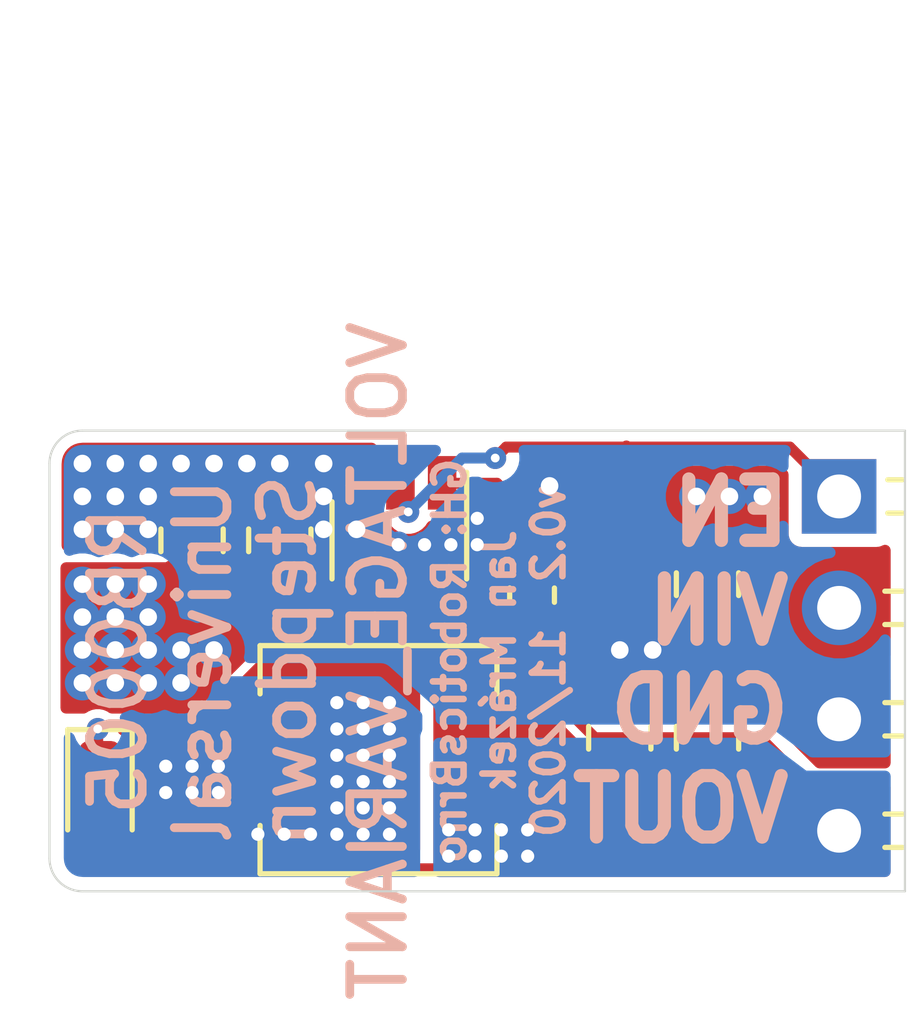
<source format=kicad_pcb>
(kicad_pcb (version 20171130) (host pcbnew 5.1.8-db9833491~87~ubuntu20.04.1)

  (general
    (thickness 1)
    (drawings 10)
    (tracks 121)
    (zones 0)
    (modules 15)
    (nets 9)
  )

  (page A4)
  (layers
    (0 F.Cu signal)
    (1 In1.Cu signal)
    (2 In2.Cu signal)
    (31 B.Cu signal)
    (32 B.Adhes user)
    (33 F.Adhes user)
    (34 B.Paste user)
    (35 F.Paste user)
    (36 B.SilkS user)
    (37 F.SilkS user)
    (38 B.Mask user)
    (39 F.Mask user)
    (40 Dwgs.User user)
    (41 Cmts.User user)
    (42 Eco1.User user)
    (43 Eco2.User user)
    (44 Edge.Cuts user)
    (45 Margin user)
    (46 B.CrtYd user)
    (47 F.CrtYd user)
    (48 B.Fab user)
    (49 F.Fab user)
  )

  (setup
    (last_trace_width 0.5)
    (user_trace_width 0.2)
    (user_trace_width 0.3)
    (user_trace_width 0.5)
    (user_trace_width 1)
    (user_trace_width 1.5)
    (user_trace_width 2)
    (trace_clearance 0.2)
    (zone_clearance 0.25)
    (zone_45_only no)
    (trace_min 0.127)
    (via_size 0.8)
    (via_drill 0.4)
    (via_min_size 0.45)
    (via_min_drill 0.2)
    (user_via 0.6 0.3)
    (user_via 1 0.6)
    (uvia_size 0.3)
    (uvia_drill 0.1)
    (uvias_allowed no)
    (uvia_min_size 0.2)
    (uvia_min_drill 0.1)
    (edge_width 0.05)
    (segment_width 0.2)
    (pcb_text_width 0.3)
    (pcb_text_size 1.5 1.5)
    (mod_edge_width 0.12)
    (mod_text_size 1 1)
    (mod_text_width 0.15)
    (pad_size 1.524 1.524)
    (pad_drill 0.762)
    (pad_to_mask_clearance 0.051)
    (solder_mask_min_width 0.25)
    (aux_axis_origin 0 0)
    (grid_origin 90 85)
    (visible_elements 7FFFFFFF)
    (pcbplotparams
      (layerselection 0x010fc_ffffffff)
      (usegerberextensions false)
      (usegerberattributes false)
      (usegerberadvancedattributes false)
      (creategerberjobfile false)
      (excludeedgelayer true)
      (linewidth 0.100000)
      (plotframeref false)
      (viasonmask false)
      (mode 1)
      (useauxorigin false)
      (hpglpennumber 1)
      (hpglpenspeed 20)
      (hpglpendiameter 15.000000)
      (psnegative false)
      (psa4output false)
      (plotreference true)
      (plotvalue true)
      (plotinvisibletext false)
      (padsonsilk false)
      (subtractmaskfromsilk false)
      (outputformat 1)
      (mirror false)
      (drillshape 1)
      (scaleselection 1)
      (outputdirectory ""))
  )

  (net 0 "")
  (net 1 GND)
  (net 2 "Net-(C2-Pad1)")
  (net 3 VCC)
  (net 4 "Net-(C2-Pad2)")
  (net 5 "Net-(D1-Pad2)")
  (net 6 ENABLE)
  (net 7 /FB)
  (net 8 VOUT)

  (net_class Default "Toto je výchozí třída sítě."
    (clearance 0.2)
    (trace_width 0.25)
    (via_dia 0.8)
    (via_drill 0.4)
    (uvia_dia 0.3)
    (uvia_drill 0.1)
    (add_net /FB)
    (add_net ENABLE)
    (add_net GND)
    (add_net "Net-(C2-Pad1)")
    (add_net "Net-(C2-Pad2)")
    (add_net "Net-(D1-Pad2)")
    (add_net VCC)
    (add_net VOUT)
  )

  (module universalStepDown:PinHeader_1x04_P2.54mm_Horizontal (layer F.Cu) (tedit 5F5F065D) (tstamp 5F56540A)
    (at 93 83)
    (descr "Through hole angled pin header, 1x04, 2.54mm pitch, 6mm pin length, single row")
    (tags "Through hole angled pin header THT 1x04 2.54mm single row")
    (path /5F56F55B)
    (fp_text reference J1 (at 0 -2.5) (layer F.SilkS) hide
      (effects (font (size 1 1) (thickness 0.15)))
    )
    (fp_text value IO (at 0 10.5) (layer F.Fab)
      (effects (font (size 1 1) (thickness 0.15)))
    )
    (fp_line (start -0.32 -0.32) (end 1.5 -0.32) (layer F.Fab) (width 0.1))
    (fp_line (start -0.32 -0.32) (end -0.32 0.32) (layer F.Fab) (width 0.1))
    (fp_line (start -0.32 0.32) (end 1.5 0.32) (layer F.Fab) (width 0.1))
    (fp_line (start -0.32 2.22) (end 1.5 2.22) (layer F.Fab) (width 0.1))
    (fp_line (start -0.32 2.22) (end -0.32 2.86) (layer F.Fab) (width 0.1))
    (fp_line (start -0.32 2.86) (end 1.5 2.86) (layer F.Fab) (width 0.1))
    (fp_line (start -0.32 4.76) (end 1.5 4.76) (layer F.Fab) (width 0.1))
    (fp_line (start -0.32 4.76) (end -0.32 5.4) (layer F.Fab) (width 0.1))
    (fp_line (start -0.32 5.4) (end 1.5 5.4) (layer F.Fab) (width 0.1))
    (fp_line (start -0.32 7.3) (end 1.5 7.3) (layer F.Fab) (width 0.1))
    (fp_line (start -0.32 7.3) (end -0.32 7.94) (layer F.Fab) (width 0.1))
    (fp_line (start -0.32 7.94) (end 1.5 7.94) (layer F.Fab) (width 0.1))
    (fp_line (start 1.11 -0.38) (end 1.44 -0.38) (layer F.SilkS) (width 0.12))
    (fp_line (start 1.11 0.38) (end 1.44 0.38) (layer F.SilkS) (width 0.12))
    (fp_line (start 1.042929 2.16) (end 1.44 2.16) (layer F.SilkS) (width 0.12))
    (fp_line (start 1.042929 2.92) (end 1.44 2.92) (layer F.SilkS) (width 0.12))
    (fp_line (start 1.042929 4.7) (end 1.44 4.7) (layer F.SilkS) (width 0.12))
    (fp_line (start 1.042929 5.46) (end 1.44 5.46) (layer F.SilkS) (width 0.12))
    (fp_line (start 1.042929 7.24) (end 1.44 7.24) (layer F.SilkS) (width 0.12))
    (fp_line (start 1.042929 8) (end 1.44 8) (layer F.SilkS) (width 0.12))
    (fp_line (start -1.8 -1.8) (end -1.8 9.4) (layer F.CrtYd) (width 0.05))
    (fp_line (start -1.8 9.4) (end 1 9.4) (layer F.CrtYd) (width 0.05))
    (fp_line (start 1 9.4) (end 1 -1.8) (layer F.CrtYd) (width 0.05))
    (fp_line (start 1 -1.8) (end -1.8 -1.8) (layer F.CrtYd) (width 0.05))
    (pad 1 thru_hole rect (at 0 0) (size 1.7 1.7) (drill 1) (layers *.Cu *.Mask)
      (net 6 ENABLE))
    (pad 2 thru_hole oval (at 0 2.54) (size 1.7 1.7) (drill 1) (layers *.Cu *.Mask)
      (net 3 VCC))
    (pad 3 thru_hole oval (at 0 5.08) (size 1.7 1.7) (drill 1) (layers *.Cu *.Mask)
      (net 1 GND))
    (pad 4 thru_hole oval (at 0 7.62) (size 1.7 1.7) (drill 1) (layers *.Cu *.Mask)
      (net 8 VOUT))
    (model ${KISYS3DMOD}/Connector_PinHeader_2.54mm.3dshapes/PinHeader_1x04_P2.54mm_Horizontal.wrl
      (at (xyz 0 0 0))
      (scale (xyz 1 1 1))
      (rotate (xyz 0 0 0))
    )
  )

  (module Capacitor_SMD:C_0603_1608Metric (layer F.Cu) (tedit 5B301BBE) (tstamp 5FB6D01E)
    (at 86 85.25 90)
    (descr "Capacitor SMD 0603 (1608 Metric), square (rectangular) end terminal, IPC_7351 nominal, (Body size source: http://www.tortai-tech.com/upload/download/2011102023233369053.pdf), generated with kicad-footprint-generator")
    (tags capacitor)
    (path /5F13A9CF)
    (attr smd)
    (fp_text reference C2 (at 0 -1.43 90) (layer F.SilkS) hide
      (effects (font (size 1 1) (thickness 0.15)))
    )
    (fp_text value 100n (at 0 1.43 90) (layer F.Fab)
      (effects (font (size 1 1) (thickness 0.15)))
    )
    (fp_line (start -0.8 0.4) (end -0.8 -0.4) (layer F.Fab) (width 0.1))
    (fp_line (start -0.8 -0.4) (end 0.8 -0.4) (layer F.Fab) (width 0.1))
    (fp_line (start 0.8 -0.4) (end 0.8 0.4) (layer F.Fab) (width 0.1))
    (fp_line (start 0.8 0.4) (end -0.8 0.4) (layer F.Fab) (width 0.1))
    (fp_line (start -0.162779 -0.51) (end 0.162779 -0.51) (layer F.SilkS) (width 0.12))
    (fp_line (start -0.162779 0.51) (end 0.162779 0.51) (layer F.SilkS) (width 0.12))
    (fp_line (start -1.48 0.73) (end -1.48 -0.73) (layer F.CrtYd) (width 0.05))
    (fp_line (start -1.48 -0.73) (end 1.48 -0.73) (layer F.CrtYd) (width 0.05))
    (fp_line (start 1.48 -0.73) (end 1.48 0.73) (layer F.CrtYd) (width 0.05))
    (fp_line (start 1.48 0.73) (end -1.48 0.73) (layer F.CrtYd) (width 0.05))
    (fp_text user %R (at 0 0 90) (layer F.Fab)
      (effects (font (size 0.4 0.4) (thickness 0.06)))
    )
    (pad 2 smd roundrect (at 0.7875 0 90) (size 0.875 0.95) (layers F.Cu F.Paste F.Mask) (roundrect_rratio 0.25)
      (net 4 "Net-(C2-Pad2)"))
    (pad 1 smd roundrect (at -0.7875 0 90) (size 0.875 0.95) (layers F.Cu F.Paste F.Mask) (roundrect_rratio 0.25)
      (net 2 "Net-(C2-Pad1)"))
    (model ${KISYS3DMOD}/Capacitor_SMD.3dshapes/C_0603_1608Metric.wrl
      (at (xyz 0 0 0))
      (scale (xyz 1 1 1))
      (rotate (xyz 0 0 0))
    )
  )

  (module Capacitor_SMD:C_0805_2012Metric (layer F.Cu) (tedit 5B36C52B) (tstamp 5F5672B1)
    (at 78.25 84 90)
    (descr "Capacitor SMD 0805 (2012 Metric), square (rectangular) end terminal, IPC_7351 nominal, (Body size source: https://docs.google.com/spreadsheets/d/1BsfQQcO9C6DZCsRaXUlFlo91Tg2WpOkGARC1WS5S8t0/edit?usp=sharing), generated with kicad-footprint-generator")
    (tags capacitor)
    (path /5F59F9C9)
    (attr smd)
    (fp_text reference C7 (at 0 -1.65 90) (layer F.SilkS) hide
      (effects (font (size 1 1) (thickness 0.15)))
    )
    (fp_text value 22u (at 0 1.65 90) (layer F.Fab)
      (effects (font (size 1 1) (thickness 0.15)))
    )
    (fp_line (start -1 0.6) (end -1 -0.6) (layer F.Fab) (width 0.1))
    (fp_line (start -1 -0.6) (end 1 -0.6) (layer F.Fab) (width 0.1))
    (fp_line (start 1 -0.6) (end 1 0.6) (layer F.Fab) (width 0.1))
    (fp_line (start 1 0.6) (end -1 0.6) (layer F.Fab) (width 0.1))
    (fp_line (start -0.258578 -0.71) (end 0.258578 -0.71) (layer F.SilkS) (width 0.12))
    (fp_line (start -0.258578 0.71) (end 0.258578 0.71) (layer F.SilkS) (width 0.12))
    (fp_line (start -1.68 0.95) (end -1.68 -0.95) (layer F.CrtYd) (width 0.05))
    (fp_line (start -1.68 -0.95) (end 1.68 -0.95) (layer F.CrtYd) (width 0.05))
    (fp_line (start 1.68 -0.95) (end 1.68 0.95) (layer F.CrtYd) (width 0.05))
    (fp_line (start 1.68 0.95) (end -1.68 0.95) (layer F.CrtYd) (width 0.05))
    (fp_text user %R (at 0 0 90) (layer F.Fab)
      (effects (font (size 0.5 0.5) (thickness 0.08)))
    )
    (pad 2 smd roundrect (at 0.9375 0 90) (size 0.975 1.4) (layers F.Cu F.Paste F.Mask) (roundrect_rratio 0.25)
      (net 1 GND))
    (pad 1 smd roundrect (at -0.9375 0 90) (size 0.975 1.4) (layers F.Cu F.Paste F.Mask) (roundrect_rratio 0.25)
      (net 3 VCC))
    (model ${KISYS3DMOD}/Capacitor_SMD.3dshapes/C_0805_2012Metric.wrl
      (at (xyz 0 0 0))
      (scale (xyz 1 1 1))
      (rotate (xyz 0 0 0))
    )
  )

  (module Capacitor_SMD:C_0805_2012Metric (layer F.Cu) (tedit 5B36C52B) (tstamp 5F565B59)
    (at 88 88.5 270)
    (descr "Capacitor SMD 0805 (2012 Metric), square (rectangular) end terminal, IPC_7351 nominal, (Body size source: https://docs.google.com/spreadsheets/d/1BsfQQcO9C6DZCsRaXUlFlo91Tg2WpOkGARC1WS5S8t0/edit?usp=sharing), generated with kicad-footprint-generator")
    (tags capacitor)
    (path /5F58A9EB)
    (attr smd)
    (fp_text reference C6 (at 0 -1.65 90) (layer F.SilkS) hide
      (effects (font (size 1 1) (thickness 0.15)))
    )
    (fp_text value 22u (at 0 1.65 90) (layer F.Fab)
      (effects (font (size 1 1) (thickness 0.15)))
    )
    (fp_line (start -1 0.6) (end -1 -0.6) (layer F.Fab) (width 0.1))
    (fp_line (start -1 -0.6) (end 1 -0.6) (layer F.Fab) (width 0.1))
    (fp_line (start 1 -0.6) (end 1 0.6) (layer F.Fab) (width 0.1))
    (fp_line (start 1 0.6) (end -1 0.6) (layer F.Fab) (width 0.1))
    (fp_line (start -0.258578 -0.71) (end 0.258578 -0.71) (layer F.SilkS) (width 0.12))
    (fp_line (start -0.258578 0.71) (end 0.258578 0.71) (layer F.SilkS) (width 0.12))
    (fp_line (start -1.68 0.95) (end -1.68 -0.95) (layer F.CrtYd) (width 0.05))
    (fp_line (start -1.68 -0.95) (end 1.68 -0.95) (layer F.CrtYd) (width 0.05))
    (fp_line (start 1.68 -0.95) (end 1.68 0.95) (layer F.CrtYd) (width 0.05))
    (fp_line (start 1.68 0.95) (end -1.68 0.95) (layer F.CrtYd) (width 0.05))
    (fp_text user %R (at 0 0 90) (layer F.Fab)
      (effects (font (size 0.5 0.5) (thickness 0.08)))
    )
    (pad 2 smd roundrect (at 0.9375 0 270) (size 0.975 1.4) (layers F.Cu F.Paste F.Mask) (roundrect_rratio 0.25)
      (net 8 VOUT))
    (pad 1 smd roundrect (at -0.9375 0 270) (size 0.975 1.4) (layers F.Cu F.Paste F.Mask) (roundrect_rratio 0.25)
      (net 1 GND))
    (model ${KISYS3DMOD}/Capacitor_SMD.3dshapes/C_0805_2012Metric.wrl
      (at (xyz 0 0 0))
      (scale (xyz 1 1 1))
      (rotate (xyz 0 0 0))
    )
  )

  (module Capacitor_SMD:C_0805_2012Metric (layer F.Cu) (tedit 5B36C52B) (tstamp 5F565B48)
    (at 80.25 84 90)
    (descr "Capacitor SMD 0805 (2012 Metric), square (rectangular) end terminal, IPC_7351 nominal, (Body size source: https://docs.google.com/spreadsheets/d/1BsfQQcO9C6DZCsRaXUlFlo91Tg2WpOkGARC1WS5S8t0/edit?usp=sharing), generated with kicad-footprint-generator")
    (tags capacitor)
    (path /5F58908C)
    (attr smd)
    (fp_text reference C5 (at 0 -1.65 90) (layer F.SilkS) hide
      (effects (font (size 1 1) (thickness 0.15)))
    )
    (fp_text value 22u (at 0 1.65 90) (layer F.Fab)
      (effects (font (size 1 1) (thickness 0.15)))
    )
    (fp_line (start -1 0.6) (end -1 -0.6) (layer F.Fab) (width 0.1))
    (fp_line (start -1 -0.6) (end 1 -0.6) (layer F.Fab) (width 0.1))
    (fp_line (start 1 -0.6) (end 1 0.6) (layer F.Fab) (width 0.1))
    (fp_line (start 1 0.6) (end -1 0.6) (layer F.Fab) (width 0.1))
    (fp_line (start -0.258578 -0.71) (end 0.258578 -0.71) (layer F.SilkS) (width 0.12))
    (fp_line (start -0.258578 0.71) (end 0.258578 0.71) (layer F.SilkS) (width 0.12))
    (fp_line (start -1.68 0.95) (end -1.68 -0.95) (layer F.CrtYd) (width 0.05))
    (fp_line (start -1.68 -0.95) (end 1.68 -0.95) (layer F.CrtYd) (width 0.05))
    (fp_line (start 1.68 -0.95) (end 1.68 0.95) (layer F.CrtYd) (width 0.05))
    (fp_line (start 1.68 0.95) (end -1.68 0.95) (layer F.CrtYd) (width 0.05))
    (fp_text user %R (at 0 0 90) (layer F.Fab)
      (effects (font (size 0.5 0.5) (thickness 0.08)))
    )
    (pad 2 smd roundrect (at 0.9375 0 90) (size 0.975 1.4) (layers F.Cu F.Paste F.Mask) (roundrect_rratio 0.25)
      (net 1 GND))
    (pad 1 smd roundrect (at -0.9375 0 90) (size 0.975 1.4) (layers F.Cu F.Paste F.Mask) (roundrect_rratio 0.25)
      (net 3 VCC))
    (model ${KISYS3DMOD}/Capacitor_SMD.3dshapes/C_0805_2012Metric.wrl
      (at (xyz 0 0 0))
      (scale (xyz 1 1 1))
      (rotate (xyz 0 0 0))
    )
  )

  (module Package_TO_SOT_SMD:TSOT-23-6 (layer F.Cu) (tedit 5A02FF57) (tstamp 5F565468)
    (at 83 84 270)
    (descr "6-pin TSOT23 package, http://cds.linear.com/docs/en/packaging/SOT_6_05-08-1636.pdf")
    (tags "TSOT-23-6 MK06A TSOT-6")
    (path /5F133875)
    (attr smd)
    (fp_text reference U1 (at 0 -2.45 90) (layer F.SilkS) hide
      (effects (font (size 1 1) (thickness 0.15)))
    )
    (fp_text value SY8105 (at 0 2.5 90) (layer F.Fab)
      (effects (font (size 1 1) (thickness 0.15)))
    )
    (fp_line (start -0.88 1.56) (end 0.88 1.56) (layer F.SilkS) (width 0.12))
    (fp_line (start 0.88 -1.51) (end -1.55 -1.51) (layer F.SilkS) (width 0.12))
    (fp_line (start -0.88 -1) (end -0.43 -1.45) (layer F.Fab) (width 0.1))
    (fp_line (start 0.88 -1.45) (end -0.43 -1.45) (layer F.Fab) (width 0.1))
    (fp_line (start -0.88 -1) (end -0.88 1.45) (layer F.Fab) (width 0.1))
    (fp_line (start 0.88 1.45) (end -0.88 1.45) (layer F.Fab) (width 0.1))
    (fp_line (start 0.88 -1.45) (end 0.88 1.45) (layer F.Fab) (width 0.1))
    (fp_line (start -2.17 -1.7) (end 2.17 -1.7) (layer F.CrtYd) (width 0.05))
    (fp_line (start -2.17 -1.7) (end -2.17 1.7) (layer F.CrtYd) (width 0.05))
    (fp_line (start 2.17 1.7) (end 2.17 -1.7) (layer F.CrtYd) (width 0.05))
    (fp_line (start 2.17 1.7) (end -2.17 1.7) (layer F.CrtYd) (width 0.05))
    (fp_text user %R (at 0 0) (layer F.Fab)
      (effects (font (size 0.5 0.5) (thickness 0.075)))
    )
    (pad 6 smd rect (at 1.31 -0.95 270) (size 1.22 0.65) (layers F.Cu F.Paste F.Mask)
      (net 4 "Net-(C2-Pad2)"))
    (pad 5 smd rect (at 1.31 0 270) (size 1.22 0.65) (layers F.Cu F.Paste F.Mask)
      (net 2 "Net-(C2-Pad1)"))
    (pad 4 smd rect (at 1.31 0.95 270) (size 1.22 0.65) (layers F.Cu F.Paste F.Mask)
      (net 3 VCC))
    (pad 3 smd rect (at -1.31 0.95 270) (size 1.22 0.65) (layers F.Cu F.Paste F.Mask)
      (net 1 GND))
    (pad 2 smd rect (at -1.31 0 270) (size 1.22 0.65) (layers F.Cu F.Paste F.Mask)
      (net 6 ENABLE))
    (pad 1 smd rect (at -1.31 -0.95 270) (size 1.22 0.65) (layers F.Cu F.Paste F.Mask)
      (net 7 /FB))
    (model ${KISYS3DMOD}/Package_TO_SOT_SMD.3dshapes/TSOT-23-6.wrl
      (at (xyz 0 0 0))
      (scale (xyz 1 1 1))
      (rotate (xyz 0 0 0))
    )
  )

  (module Resistor_SMD:R_0402_1005Metric (layer F.Cu) (tedit 5B301BBD) (tstamp 5F565452)
    (at 77.9 90.8 180)
    (descr "Resistor SMD 0402 (1005 Metric), square (rectangular) end terminal, IPC_7351 nominal, (Body size source: http://www.tortai-tech.com/upload/download/2011102023233369053.pdf), generated with kicad-footprint-generator")
    (tags resistor)
    (path /5F120876)
    (attr smd)
    (fp_text reference R4 (at 0 -1.17) (layer F.SilkS) hide
      (effects (font (size 1 1) (thickness 0.15)))
    )
    (fp_text value 47k (at 0 1.17) (layer F.Fab)
      (effects (font (size 1 1) (thickness 0.15)))
    )
    (fp_line (start -0.5 0.25) (end -0.5 -0.25) (layer F.Fab) (width 0.1))
    (fp_line (start -0.5 -0.25) (end 0.5 -0.25) (layer F.Fab) (width 0.1))
    (fp_line (start 0.5 -0.25) (end 0.5 0.25) (layer F.Fab) (width 0.1))
    (fp_line (start 0.5 0.25) (end -0.5 0.25) (layer F.Fab) (width 0.1))
    (fp_line (start -0.93 0.47) (end -0.93 -0.47) (layer F.CrtYd) (width 0.05))
    (fp_line (start -0.93 -0.47) (end 0.93 -0.47) (layer F.CrtYd) (width 0.05))
    (fp_line (start 0.93 -0.47) (end 0.93 0.47) (layer F.CrtYd) (width 0.05))
    (fp_line (start 0.93 0.47) (end -0.93 0.47) (layer F.CrtYd) (width 0.05))
    (fp_text user %R (at 0 0) (layer F.Fab)
      (effects (font (size 0.25 0.25) (thickness 0.04)))
    )
    (pad 2 smd roundrect (at 0.485 0 180) (size 0.59 0.64) (layers F.Cu F.Paste F.Mask) (roundrect_rratio 0.25)
      (net 5 "Net-(D1-Pad2)"))
    (pad 1 smd roundrect (at -0.485 0 180) (size 0.59 0.64) (layers F.Cu F.Paste F.Mask) (roundrect_rratio 0.25)
      (net 8 VOUT))
    (model ${KISYS3DMOD}/Resistor_SMD.3dshapes/R_0402_1005Metric.wrl
      (at (xyz 0 0 0))
      (scale (xyz 1 1 1))
      (rotate (xyz 0 0 0))
    )
  )

  (module Resistor_SMD:R_0402_1005Metric (layer F.Cu) (tedit 5B301BBD) (tstamp 5F565443)
    (at 88.25 83 90)
    (descr "Resistor SMD 0402 (1005 Metric), square (rectangular) end terminal, IPC_7351 nominal, (Body size source: http://www.tortai-tech.com/upload/download/2011102023233369053.pdf), generated with kicad-footprint-generator")
    (tags resistor)
    (path /5F15D8D9)
    (attr smd)
    (fp_text reference R3 (at 0 -1.17 90) (layer F.SilkS) hide
      (effects (font (size 1 1) (thickness 0.15)))
    )
    (fp_text value 1M (at 0 1.17 90) (layer F.Fab)
      (effects (font (size 1 1) (thickness 0.15)))
    )
    (fp_line (start -0.5 0.25) (end -0.5 -0.25) (layer F.Fab) (width 0.1))
    (fp_line (start -0.5 -0.25) (end 0.5 -0.25) (layer F.Fab) (width 0.1))
    (fp_line (start 0.5 -0.25) (end 0.5 0.25) (layer F.Fab) (width 0.1))
    (fp_line (start 0.5 0.25) (end -0.5 0.25) (layer F.Fab) (width 0.1))
    (fp_line (start -0.93 0.47) (end -0.93 -0.47) (layer F.CrtYd) (width 0.05))
    (fp_line (start -0.93 -0.47) (end 0.93 -0.47) (layer F.CrtYd) (width 0.05))
    (fp_line (start 0.93 -0.47) (end 0.93 0.47) (layer F.CrtYd) (width 0.05))
    (fp_line (start 0.93 0.47) (end -0.93 0.47) (layer F.CrtYd) (width 0.05))
    (fp_text user %R (at 0 0 90) (layer F.Fab)
      (effects (font (size 0.25 0.25) (thickness 0.04)))
    )
    (pad 2 smd roundrect (at 0.485 0 90) (size 0.59 0.64) (layers F.Cu F.Paste F.Mask) (roundrect_rratio 0.25)
      (net 6 ENABLE))
    (pad 1 smd roundrect (at -0.485 0 90) (size 0.59 0.64) (layers F.Cu F.Paste F.Mask) (roundrect_rratio 0.25)
      (net 3 VCC))
    (model ${KISYS3DMOD}/Resistor_SMD.3dshapes/R_0402_1005Metric.wrl
      (at (xyz 0 0 0))
      (scale (xyz 1 1 1))
      (rotate (xyz 0 0 0))
    )
  )

  (module Resistor_SMD:R_0402_1005Metric (layer F.Cu) (tedit 5B301BBD) (tstamp 5F566029)
    (at 87.2 83 90)
    (descr "Resistor SMD 0402 (1005 Metric), square (rectangular) end terminal, IPC_7351 nominal, (Body size source: http://www.tortai-tech.com/upload/download/2011102023233369053.pdf), generated with kicad-footprint-generator")
    (tags resistor)
    (path /5F135EC2)
    (attr smd)
    (fp_text reference R2 (at 0 -1.17 90) (layer F.SilkS) hide
      (effects (font (size 1 1) (thickness 0.15)))
    )
    (fp_text value "27k (for 5V)/44.2k (for 3V3)" (at 0 1.17 90) (layer F.Fab)
      (effects (font (size 1 1) (thickness 0.15)))
    )
    (fp_line (start -0.5 0.25) (end -0.5 -0.25) (layer F.Fab) (width 0.1))
    (fp_line (start -0.5 -0.25) (end 0.5 -0.25) (layer F.Fab) (width 0.1))
    (fp_line (start 0.5 -0.25) (end 0.5 0.25) (layer F.Fab) (width 0.1))
    (fp_line (start 0.5 0.25) (end -0.5 0.25) (layer F.Fab) (width 0.1))
    (fp_line (start -0.93 0.47) (end -0.93 -0.47) (layer F.CrtYd) (width 0.05))
    (fp_line (start -0.93 -0.47) (end 0.93 -0.47) (layer F.CrtYd) (width 0.05))
    (fp_line (start 0.93 -0.47) (end 0.93 0.47) (layer F.CrtYd) (width 0.05))
    (fp_line (start 0.93 0.47) (end -0.93 0.47) (layer F.CrtYd) (width 0.05))
    (fp_text user %R (at 0 0 90) (layer F.Fab)
      (effects (font (size 0.25 0.25) (thickness 0.04)))
    )
    (pad 2 smd roundrect (at 0.485 0 90) (size 0.59 0.64) (layers F.Cu F.Paste F.Mask) (roundrect_rratio 0.25)
      (net 1 GND))
    (pad 1 smd roundrect (at -0.485 0 90) (size 0.59 0.64) (layers F.Cu F.Paste F.Mask) (roundrect_rratio 0.25)
      (net 7 /FB))
    (model ${KISYS3DMOD}/Resistor_SMD.3dshapes/R_0402_1005Metric.wrl
      (at (xyz 0 0 0))
      (scale (xyz 1 1 1))
      (rotate (xyz 0 0 0))
    )
  )

  (module Resistor_SMD:R_0402_1005Metric (layer F.Cu) (tedit 5B301BBD) (tstamp 5F565425)
    (at 87.25 85 90)
    (descr "Resistor SMD 0402 (1005 Metric), square (rectangular) end terminal, IPC_7351 nominal, (Body size source: http://www.tortai-tech.com/upload/download/2011102023233369053.pdf), generated with kicad-footprint-generator")
    (tags resistor)
    (path /5F13550E)
    (attr smd)
    (fp_text reference R1 (at 0 -1.17 90) (layer F.SilkS) hide
      (effects (font (size 1 1) (thickness 0.15)))
    )
    (fp_text value 200k (at 0 1.17 90) (layer F.Fab)
      (effects (font (size 1 1) (thickness 0.15)))
    )
    (fp_line (start -0.5 0.25) (end -0.5 -0.25) (layer F.Fab) (width 0.1))
    (fp_line (start -0.5 -0.25) (end 0.5 -0.25) (layer F.Fab) (width 0.1))
    (fp_line (start 0.5 -0.25) (end 0.5 0.25) (layer F.Fab) (width 0.1))
    (fp_line (start 0.5 0.25) (end -0.5 0.25) (layer F.Fab) (width 0.1))
    (fp_line (start -0.93 0.47) (end -0.93 -0.47) (layer F.CrtYd) (width 0.05))
    (fp_line (start -0.93 -0.47) (end 0.93 -0.47) (layer F.CrtYd) (width 0.05))
    (fp_line (start 0.93 -0.47) (end 0.93 0.47) (layer F.CrtYd) (width 0.05))
    (fp_line (start 0.93 0.47) (end -0.93 0.47) (layer F.CrtYd) (width 0.05))
    (fp_text user %R (at 0 0 90) (layer F.Fab)
      (effects (font (size 0.25 0.25) (thickness 0.04)))
    )
    (pad 2 smd roundrect (at 0.485 0 90) (size 0.59 0.64) (layers F.Cu F.Paste F.Mask) (roundrect_rratio 0.25)
      (net 7 /FB))
    (pad 1 smd roundrect (at -0.485 0 90) (size 0.59 0.64) (layers F.Cu F.Paste F.Mask) (roundrect_rratio 0.25)
      (net 8 VOUT))
    (model ${KISYS3DMOD}/Resistor_SMD.3dshapes/R_0402_1005Metric.wrl
      (at (xyz 0 0 0))
      (scale (xyz 1 1 1))
      (rotate (xyz 0 0 0))
    )
  )

  (module universalStepDown:MWSA0503S (layer F.Cu) (tedit 5F3193E7) (tstamp 5F565416)
    (at 82.5 89 180)
    (path /5F13EA1B)
    (attr smd)
    (fp_text reference L1 (at 0 -3.7) (layer F.SilkS) hide
      (effects (font (size 1 1) (thickness 0.15)))
    )
    (fp_text value 4u7 (at 0 -5.2) (layer F.Fab)
      (effects (font (size 1 1) (thickness 0.15)))
    )
    (fp_line (start 2.7 2.6) (end 2.7 1.5) (layer F.SilkS) (width 0.12))
    (fp_line (start -2.7 2.6) (end -2.7 1.5) (layer F.SilkS) (width 0.12))
    (fp_line (start 2.7 -2.6) (end 2.7 -1.5) (layer F.SilkS) (width 0.12))
    (fp_line (start -2.7 -2.6) (end -2.7 -1.5) (layer F.SilkS) (width 0.12))
    (fp_line (start -2.7 -2.6) (end 2.7 -2.6) (layer F.SilkS) (width 0.12))
    (fp_line (start -2.7 2.6) (end 2.7 2.6) (layer F.SilkS) (width 0.12))
    (pad 2 smd rect (at -2.3 0 180) (size 1.9 2.5) (layers F.Cu F.Paste F.Mask)
      (net 8 VOUT))
    (pad 1 smd rect (at 2.3 0 180) (size 1.9 2.5) (layers F.Cu F.Paste F.Mask)
      (net 2 "Net-(C2-Pad1)"))
  )

  (module LED_SMD:LED_0603_1608Metric (layer F.Cu) (tedit 5B301BBE) (tstamp 5F5653BD)
    (at 76.15 89.8 270)
    (descr "LED SMD 0603 (1608 Metric), square (rectangular) end terminal, IPC_7351 nominal, (Body size source: http://www.tortai-tech.com/upload/download/2011102023233369053.pdf), generated with kicad-footprint-generator")
    (tags diode)
    (path /5F11ED7A)
    (attr smd)
    (fp_text reference D1 (at 0 -1.43 90) (layer F.SilkS) hide
      (effects (font (size 1 1) (thickness 0.15)))
    )
    (fp_text value LED (at 0 1.43 90) (layer F.Fab)
      (effects (font (size 1 1) (thickness 0.15)))
    )
    (fp_line (start 0.8 -0.4) (end -0.5 -0.4) (layer F.Fab) (width 0.1))
    (fp_line (start -0.5 -0.4) (end -0.8 -0.1) (layer F.Fab) (width 0.1))
    (fp_line (start -0.8 -0.1) (end -0.8 0.4) (layer F.Fab) (width 0.1))
    (fp_line (start -0.8 0.4) (end 0.8 0.4) (layer F.Fab) (width 0.1))
    (fp_line (start 0.8 0.4) (end 0.8 -0.4) (layer F.Fab) (width 0.1))
    (fp_line (start 0.8 -0.735) (end -1.485 -0.735) (layer F.SilkS) (width 0.12))
    (fp_line (start -1.485 -0.735) (end -1.485 0.735) (layer F.SilkS) (width 0.12))
    (fp_line (start -1.485 0.735) (end 0.8 0.735) (layer F.SilkS) (width 0.12))
    (fp_line (start -1.48 0.73) (end -1.48 -0.73) (layer F.CrtYd) (width 0.05))
    (fp_line (start -1.48 -0.73) (end 1.48 -0.73) (layer F.CrtYd) (width 0.05))
    (fp_line (start 1.48 -0.73) (end 1.48 0.73) (layer F.CrtYd) (width 0.05))
    (fp_line (start 1.48 0.73) (end -1.48 0.73) (layer F.CrtYd) (width 0.05))
    (fp_text user %R (at 0 0 90) (layer F.Fab)
      (effects (font (size 0.4 0.4) (thickness 0.06)))
    )
    (pad 2 smd roundrect (at 0.7875 0 270) (size 0.875 0.95) (layers F.Cu F.Paste F.Mask) (roundrect_rratio 0.25)
      (net 5 "Net-(D1-Pad2)"))
    (pad 1 smd roundrect (at -0.7875 0 270) (size 0.875 0.95) (layers F.Cu F.Paste F.Mask) (roundrect_rratio 0.25)
      (net 1 GND))
    (model ${KISYS3DMOD}/LED_SMD.3dshapes/LED_0603_1608Metric.wrl
      (at (xyz 0 0 0))
      (scale (xyz 1 1 1))
      (rotate (xyz 0 0 0))
    )
  )

  (module Capacitor_SMD:C_0805_2012Metric (layer F.Cu) (tedit 5B36C52B) (tstamp 5F5653AA)
    (at 90 88.5 270)
    (descr "Capacitor SMD 0805 (2012 Metric), square (rectangular) end terminal, IPC_7351 nominal, (Body size source: https://docs.google.com/spreadsheets/d/1BsfQQcO9C6DZCsRaXUlFlo91Tg2WpOkGARC1WS5S8t0/edit?usp=sharing), generated with kicad-footprint-generator")
    (tags capacitor)
    (path /5F14017E)
    (attr smd)
    (fp_text reference C4 (at 0 -1.65 90) (layer F.SilkS) hide
      (effects (font (size 1 1) (thickness 0.15)))
    )
    (fp_text value 22u (at 0 1.65 90) (layer F.Fab)
      (effects (font (size 1 1) (thickness 0.15)))
    )
    (fp_line (start -1 0.6) (end -1 -0.6) (layer F.Fab) (width 0.1))
    (fp_line (start -1 -0.6) (end 1 -0.6) (layer F.Fab) (width 0.1))
    (fp_line (start 1 -0.6) (end 1 0.6) (layer F.Fab) (width 0.1))
    (fp_line (start 1 0.6) (end -1 0.6) (layer F.Fab) (width 0.1))
    (fp_line (start -0.258578 -0.71) (end 0.258578 -0.71) (layer F.SilkS) (width 0.12))
    (fp_line (start -0.258578 0.71) (end 0.258578 0.71) (layer F.SilkS) (width 0.12))
    (fp_line (start -1.68 0.95) (end -1.68 -0.95) (layer F.CrtYd) (width 0.05))
    (fp_line (start -1.68 -0.95) (end 1.68 -0.95) (layer F.CrtYd) (width 0.05))
    (fp_line (start 1.68 -0.95) (end 1.68 0.95) (layer F.CrtYd) (width 0.05))
    (fp_line (start 1.68 0.95) (end -1.68 0.95) (layer F.CrtYd) (width 0.05))
    (fp_text user %R (at 0 0 90) (layer F.Fab)
      (effects (font (size 0.5 0.5) (thickness 0.08)))
    )
    (pad 2 smd roundrect (at 0.9375 0 270) (size 0.975 1.4) (layers F.Cu F.Paste F.Mask) (roundrect_rratio 0.25)
      (net 8 VOUT))
    (pad 1 smd roundrect (at -0.9375 0 270) (size 0.975 1.4) (layers F.Cu F.Paste F.Mask) (roundrect_rratio 0.25)
      (net 1 GND))
    (model ${KISYS3DMOD}/Capacitor_SMD.3dshapes/C_0805_2012Metric.wrl
      (at (xyz 0 0 0))
      (scale (xyz 1 1 1))
      (rotate (xyz 0 0 0))
    )
  )

  (module Capacitor_SMD:C_0402_1005Metric (layer F.Cu) (tedit 5B301BBE) (tstamp 5F5660DF)
    (at 88.25 85 270)
    (descr "Capacitor SMD 0402 (1005 Metric), square (rectangular) end terminal, IPC_7351 nominal, (Body size source: http://www.tortai-tech.com/upload/download/2011102023233369053.pdf), generated with kicad-footprint-generator")
    (tags capacitor)
    (path /5F13FA3D)
    (attr smd)
    (fp_text reference C3 (at 0 -1.17 90) (layer F.SilkS) hide
      (effects (font (size 1 1) (thickness 0.15)))
    )
    (fp_text value 47p (at 0 1.17 90) (layer F.Fab)
      (effects (font (size 1 1) (thickness 0.15)))
    )
    (fp_line (start -0.5 0.25) (end -0.5 -0.25) (layer F.Fab) (width 0.1))
    (fp_line (start -0.5 -0.25) (end 0.5 -0.25) (layer F.Fab) (width 0.1))
    (fp_line (start 0.5 -0.25) (end 0.5 0.25) (layer F.Fab) (width 0.1))
    (fp_line (start 0.5 0.25) (end -0.5 0.25) (layer F.Fab) (width 0.1))
    (fp_line (start -0.93 0.47) (end -0.93 -0.47) (layer F.CrtYd) (width 0.05))
    (fp_line (start -0.93 -0.47) (end 0.93 -0.47) (layer F.CrtYd) (width 0.05))
    (fp_line (start 0.93 -0.47) (end 0.93 0.47) (layer F.CrtYd) (width 0.05))
    (fp_line (start 0.93 0.47) (end -0.93 0.47) (layer F.CrtYd) (width 0.05))
    (fp_text user %R (at 0 0 90) (layer F.Fab)
      (effects (font (size 0.25 0.25) (thickness 0.04)))
    )
    (pad 2 smd roundrect (at 0.485 0 270) (size 0.59 0.64) (layers F.Cu F.Paste F.Mask) (roundrect_rratio 0.25)
      (net 8 VOUT))
    (pad 1 smd roundrect (at -0.485 0 270) (size 0.59 0.64) (layers F.Cu F.Paste F.Mask) (roundrect_rratio 0.25)
      (net 7 /FB))
    (model ${KISYS3DMOD}/Capacitor_SMD.3dshapes/C_0402_1005Metric.wrl
      (at (xyz 0 0 0))
      (scale (xyz 1 1 1))
      (rotate (xyz 0 0 0))
    )
  )

  (module Capacitor_SMD:C_0805_2012Metric (layer F.Cu) (tedit 5B36C52B) (tstamp 5F56537B)
    (at 90 85 270)
    (descr "Capacitor SMD 0805 (2012 Metric), square (rectangular) end terminal, IPC_7351 nominal, (Body size source: https://docs.google.com/spreadsheets/d/1BsfQQcO9C6DZCsRaXUlFlo91Tg2WpOkGARC1WS5S8t0/edit?usp=sharing), generated with kicad-footprint-generator")
    (tags capacitor)
    (path /5F1365A9)
    (attr smd)
    (fp_text reference C1 (at 0 -1.65 90) (layer F.SilkS) hide
      (effects (font (size 1 1) (thickness 0.15)))
    )
    (fp_text value 22u (at 0 1.65 90) (layer F.Fab)
      (effects (font (size 1 1) (thickness 0.15)))
    )
    (fp_line (start -1 0.6) (end -1 -0.6) (layer F.Fab) (width 0.1))
    (fp_line (start -1 -0.6) (end 1 -0.6) (layer F.Fab) (width 0.1))
    (fp_line (start 1 -0.6) (end 1 0.6) (layer F.Fab) (width 0.1))
    (fp_line (start 1 0.6) (end -1 0.6) (layer F.Fab) (width 0.1))
    (fp_line (start -0.258578 -0.71) (end 0.258578 -0.71) (layer F.SilkS) (width 0.12))
    (fp_line (start -0.258578 0.71) (end 0.258578 0.71) (layer F.SilkS) (width 0.12))
    (fp_line (start -1.68 0.95) (end -1.68 -0.95) (layer F.CrtYd) (width 0.05))
    (fp_line (start -1.68 -0.95) (end 1.68 -0.95) (layer F.CrtYd) (width 0.05))
    (fp_line (start 1.68 -0.95) (end 1.68 0.95) (layer F.CrtYd) (width 0.05))
    (fp_line (start 1.68 0.95) (end -1.68 0.95) (layer F.CrtYd) (width 0.05))
    (fp_text user %R (at 0 0 90) (layer F.Fab)
      (effects (font (size 0.5 0.5) (thickness 0.08)))
    )
    (pad 2 smd roundrect (at 0.9375 0 270) (size 0.975 1.4) (layers F.Cu F.Paste F.Mask) (roundrect_rratio 0.25)
      (net 1 GND))
    (pad 1 smd roundrect (at -0.9375 0 270) (size 0.975 1.4) (layers F.Cu F.Paste F.Mask) (roundrect_rratio 0.25)
      (net 3 VCC))
    (model ${KISYS3DMOD}/Capacitor_SMD.3dshapes/C_0805_2012Metric.wrl
      (at (xyz 0 0 0))
      (scale (xyz 1 1 1))
      (rotate (xyz 0 0 0))
    )
  )

  (gr_text VOLTAGE_VARIANT (at 82.5 86.75 90) (layer B.SilkS) (tstamp 5F5E5F76)
    (effects (font (size 1.2 1.2) (thickness 0.2)) (justify mirror))
  )
  (gr_text "GH: RoboticsBrno\nJan Mrázek\nv0.2  11/2020" (at 85.25 86.75 90) (layer B.SilkS)
    (effects (font (size 0.7 0.7) (thickness 0.15)) (justify mirror))
  )
  (gr_text "RB0005\nUniversal\nStepdown\n" (at 78.5 86.75 90) (layer B.SilkS)
    (effects (font (size 1.2 1.2) (thickness 0.2)) (justify mirror))
  )
  (gr_text "EN\nVIN\nGND\nVOUT" (at 92 86.75) (layer B.SilkS)
    (effects (font (size 1.4 1.3) (thickness 0.3)) (justify left mirror))
  )
  (gr_arc (start 75.75 91.25) (end 75 91.25) (angle -90) (layer Edge.Cuts) (width 0.05) (tstamp 5F5686DD))
  (gr_arc (start 75.75 82.25) (end 75.75 81.5) (angle -90) (layer Edge.Cuts) (width 0.05))
  (gr_line (start 94.5 81.5) (end 94.5 92) (layer Edge.Cuts) (width 0.05) (tstamp 5F56653B))
  (gr_line (start 75.75 81.5) (end 94.5 81.5) (layer Edge.Cuts) (width 0.05))
  (gr_line (start 75 91.25) (end 75 82.25) (layer Edge.Cuts) (width 0.05))
  (gr_line (start 94.5 92) (end 75.75 92) (layer Edge.Cuts) (width 0.05))

  (via (at 77.25 83.75) (size 0.8) (drill 0.4) (layers F.Cu B.Cu) (net 1))
  (via (at 76.5 83.75) (size 0.8) (drill 0.4) (layers F.Cu B.Cu) (net 1))
  (via (at 75.75 83.75) (size 0.8) (drill 0.4) (layers F.Cu B.Cu) (net 1))
  (via (at 75.75 83) (size 0.8) (drill 0.4) (layers F.Cu B.Cu) (net 1))
  (via (at 76.5 83) (size 0.8) (drill 0.4) (layers F.Cu B.Cu) (net 1))
  (via (at 77.25 83) (size 0.8) (drill 0.4) (layers F.Cu B.Cu) (net 1))
  (via (at 75.75 82.25) (size 0.8) (drill 0.4) (layers F.Cu B.Cu) (net 1))
  (via (at 76.5 82.25) (size 0.8) (drill 0.4) (layers F.Cu B.Cu) (net 1))
  (via (at 77.25 82.25) (size 0.8) (drill 0.4) (layers F.Cu B.Cu) (net 1))
  (via (at 78 82.25) (size 0.8) (drill 0.4) (layers F.Cu B.Cu) (net 1))
  (via (at 78.75 82.25) (size 0.8) (drill 0.4) (layers F.Cu B.Cu) (net 1))
  (via (at 79.5 82.25) (size 0.8) (drill 0.4) (layers F.Cu B.Cu) (net 1))
  (via (at 80.25 82.25) (size 0.8) (drill 0.4) (layers F.Cu B.Cu) (net 1))
  (via (at 81.25 82.25) (size 0.8) (drill 0.4) (layers F.Cu B.Cu) (net 1))
  (via (at 82 83.75) (size 0.8) (drill 0.4) (layers F.Cu B.Cu) (net 1))
  (via (at 81.25 83.75) (size 0.8) (drill 0.4) (layers F.Cu B.Cu) (net 1))
  (via (at 81.25 83) (size 0.8) (drill 0.4) (layers F.Cu B.Cu) (net 1))
  (via (at 88 86.5) (size 0.8) (drill 0.4) (layers F.Cu B.Cu) (net 1))
  (via (at 88.75 86.5) (size 0.8) (drill 0.4) (layers F.Cu B.Cu) (net 1))
  (segment (start 76.2125 89) (end 75.981092 89.231408) (width 0.25) (layer F.Cu) (net 1))
  (via (at 76.1 88.3) (size 0.5) (drill 0.2) (layers F.Cu B.Cu) (net 1))
  (segment (start 76.1 89) (end 76.15 89.05) (width 0.25) (layer F.Cu) (net 1))
  (segment (start 76.1 88.3) (end 76.1 89) (width 0.25) (layer F.Cu) (net 1))
  (via (at 84.15 84.1) (size 0.6) (drill 0.3) (layers F.Cu B.Cu) (net 1))
  (via (at 84.75 84.1) (size 0.6) (drill 0.3) (layers F.Cu B.Cu) (net 1) (tstamp 5FB6D40E))
  (via (at 86.4 82.75999) (size 0.8) (drill 0.4) (layers F.Cu B.Cu) (net 1))
  (segment (start 87 82.515) (end 86.64499 82.515) (width 0.5) (layer F.Cu) (net 1))
  (segment (start 86.64499 82.515) (end 86.4 82.75999) (width 0.5) (layer F.Cu) (net 1))
  (via (at 83.55 84.1) (size 0.6) (drill 0.3) (layers F.Cu B.Cu) (net 1) (tstamp 5FB6D552))
  (via (at 82.95 84.1) (size 0.6) (drill 0.3) (layers F.Cu B.Cu) (net 1) (tstamp 5FB6D554))
  (via (at 84.75 83.5) (size 0.6) (drill 0.3) (layers F.Cu B.Cu) (net 1) (tstamp 5FB6D65D))
  (via (at 80.95 90.7) (size 0.6) (drill 0.3) (layers F.Cu B.Cu) (net 2))
  (via (at 80.35 90.7) (size 0.6) (drill 0.3) (layers F.Cu B.Cu) (net 2))
  (via (at 79.75 90.7) (size 0.6) (drill 0.3) (layers F.Cu B.Cu) (net 2))
  (via (at 81.55 87.7) (size 0.6) (drill 0.3) (layers F.Cu B.Cu) (net 2) (tstamp 5FAAB026))
  (via (at 82.15 87.7) (size 0.6) (drill 0.3) (layers F.Cu B.Cu) (net 2) (tstamp 5FAAB028))
  (via (at 82.75 87.7) (size 0.6) (drill 0.3) (layers F.Cu B.Cu) (net 2) (tstamp 5FAAB02A))
  (via (at 81.55 88.3) (size 0.6) (drill 0.3) (layers F.Cu B.Cu) (net 2) (tstamp 5FAAB08E))
  (via (at 82.75 88.3) (size 0.6) (drill 0.3) (layers F.Cu B.Cu) (net 2) (tstamp 5FAAB08F))
  (via (at 82.15 88.3) (size 0.6) (drill 0.3) (layers F.Cu B.Cu) (net 2) (tstamp 5FAAB090))
  (via (at 82.75 88.9) (size 0.6) (drill 0.3) (layers F.Cu B.Cu) (net 2) (tstamp 5FAAB094))
  (via (at 82.15 88.9) (size 0.6) (drill 0.3) (layers F.Cu B.Cu) (net 2) (tstamp 5FAAB095))
  (via (at 81.55 88.9) (size 0.6) (drill 0.3) (layers F.Cu B.Cu) (net 2) (tstamp 5FAAB096))
  (via (at 82.75 89.5) (size 0.6) (drill 0.3) (layers F.Cu B.Cu) (net 2) (tstamp 5FAAB09A))
  (via (at 82.15 89.5) (size 0.6) (drill 0.3) (layers F.Cu B.Cu) (net 2) (tstamp 5FAAB09B))
  (via (at 81.55 89.5) (size 0.6) (drill 0.3) (layers F.Cu B.Cu) (net 2) (tstamp 5FAAB09C))
  (via (at 82.75 90.1) (size 0.6) (drill 0.3) (layers F.Cu B.Cu) (net 2) (tstamp 5FAAB0A0))
  (via (at 81.55 90.1) (size 0.6) (drill 0.3) (layers F.Cu B.Cu) (net 2) (tstamp 5FAAB0A1))
  (via (at 82.15 90.1) (size 0.6) (drill 0.3) (layers F.Cu B.Cu) (net 2) (tstamp 5FAAB0A2))
  (via (at 82.15 90.7) (size 0.6) (drill 0.3) (layers F.Cu B.Cu) (net 2) (tstamp 5FAAB0A6))
  (via (at 82.75 90.7) (size 0.6) (drill 0.3) (layers F.Cu B.Cu) (net 2) (tstamp 5FAAB0A7))
  (via (at 81.55 90.7) (size 0.6) (drill 0.3) (layers F.Cu B.Cu) (net 2) (tstamp 5FAAB0A8))
  (via (at 78.85 89.75) (size 0.6) (drill 0.3) (layers F.Cu B.Cu) (net 2) (tstamp 5FAAB1BD))
  (via (at 78.85 89.15) (size 0.6) (drill 0.3) (layers F.Cu B.Cu) (net 2) (tstamp 5FAAB1BF))
  (via (at 78.25 89.75) (size 0.6) (drill 0.3) (layers F.Cu B.Cu) (net 2) (tstamp 5FAAB1C6))
  (via (at 78.25 89.15) (size 0.6) (drill 0.3) (layers F.Cu B.Cu) (net 2) (tstamp 5FAAB1C7))
  (via (at 77.65 89.75) (size 0.6) (drill 0.3) (layers F.Cu B.Cu) (net 2) (tstamp 5FAAB1CC))
  (via (at 77.65 89.15) (size 0.6) (drill 0.3) (layers F.Cu B.Cu) (net 2) (tstamp 5FAAB1CD))
  (via (at 78.75 86.5) (size 0.8) (drill 0.4) (layers F.Cu B.Cu) (net 3))
  (via (at 78 86.5) (size 0.8) (drill 0.4) (layers F.Cu B.Cu) (net 3))
  (via (at 78 87.25) (size 0.8) (drill 0.4) (layers F.Cu B.Cu) (net 3))
  (via (at 75.75 85) (size 0.8) (drill 0.4) (layers F.Cu B.Cu) (net 3))
  (via (at 75.75 85.75) (size 0.8) (drill 0.4) (layers F.Cu B.Cu) (net 3))
  (via (at 76.5 85) (size 0.8) (drill 0.4) (layers F.Cu B.Cu) (net 3))
  (via (at 76.5 85.75) (size 0.8) (drill 0.4) (layers F.Cu B.Cu) (net 3))
  (via (at 77.25 85) (size 0.8) (drill 0.4) (layers F.Cu B.Cu) (net 3))
  (via (at 77.25 85.75) (size 0.8) (drill 0.4) (layers F.Cu B.Cu) (net 3) (tstamp 5F567588))
  (via (at 75.75 86.5) (size 0.8) (drill 0.4) (layers F.Cu B.Cu) (net 3) (tstamp 5F567701))
  (via (at 76.5 86.5) (size 0.8) (drill 0.4) (layers F.Cu B.Cu) (net 3) (tstamp 5F567703))
  (via (at 77.25 86.5) (size 0.8) (drill 0.4) (layers F.Cu B.Cu) (net 3) (tstamp 5F567705))
  (via (at 75.75 87.25) (size 0.8) (drill 0.4) (layers F.Cu B.Cu) (net 3) (tstamp 5F567707))
  (via (at 76.5 87.25) (size 0.8) (drill 0.4) (layers F.Cu B.Cu) (net 3) (tstamp 5F567709))
  (via (at 77.25 87.25) (size 0.8) (drill 0.4) (layers F.Cu B.Cu) (net 3) (tstamp 5F56770B))
  (via (at 91.25 83) (size 0.8) (drill 0.4) (layers F.Cu B.Cu) (net 3))
  (via (at 89.75 83) (size 0.8) (drill 0.4) (layers F.Cu B.Cu) (net 3) (tstamp 5F567A16))
  (via (at 90.5 83) (size 0.8) (drill 0.4) (layers F.Cu B.Cu) (net 3) (tstamp 5F567A18))
  (segment (start 83.95 85.31) (end 85.14 85.31) (width 0.5) (layer F.Cu) (net 4))
  (segment (start 85.14 85.31) (end 86 84.45) (width 0.5) (layer F.Cu) (net 4))
  (segment (start 77.415 90.8) (end 76.4 90.8) (width 0.25) (layer F.Cu) (net 5))
  (segment (start 76.4 90.8) (end 76.2 90.6) (width 0.25) (layer F.Cu) (net 5))
  (via (at 83.178071 83.35258) (size 0.5) (drill 0.2) (layers F.Cu B.Cu) (net 6))
  (segment (start 83 82.69) (end 83 83.174509) (width 0.25) (layer F.Cu) (net 6))
  (segment (start 83 83.174509) (end 83.178071 83.35258) (width 0.25) (layer F.Cu) (net 6))
  (via (at 85.160957 82.12499) (size 0.5) (drill 0.2) (layers F.Cu B.Cu) (net 6))
  (segment (start 83.178071 83.35258) (end 84.405661 82.12499) (width 0.25) (layer B.Cu) (net 6))
  (segment (start 93 83) (end 91.874991 81.874991) (width 0.25) (layer F.Cu) (net 6))
  (segment (start 91.874991 81.874991) (end 85.410956 81.874991) (width 0.25) (layer F.Cu) (net 6))
  (segment (start 85.410956 81.874991) (end 85.160957 82.12499) (width 0.25) (layer F.Cu) (net 6))
  (segment (start 84.405661 82.12499) (end 85.160957 82.12499) (width 0.25) (layer B.Cu) (net 6))
  (segment (start 88.125009 81.874991) (end 88.14999 81.85001) (width 0.25) (layer F.Cu) (net 6))
  (segment (start 88.124991 81.874991) (end 88.125009 81.874991) (width 0.25) (layer F.Cu) (net 6))
  (segment (start 88.2 81.95) (end 88.124991 81.874991) (width 0.25) (layer F.Cu) (net 6))
  (segment (start 88.2 82.6) (end 88.2 81.95) (width 0.25) (layer F.Cu) (net 6))
  (segment (start 87.2 83.7) (end 87 83.5) (width 0.25) (layer F.Cu) (net 7))
  (segment (start 87.2 84.515) (end 87.2 83.7) (width 0.25) (layer F.Cu) (net 7))
  (segment (start 88 84.515) (end 87.2 84.515) (width 0.25) (layer F.Cu) (net 7))
  (segment (start 85.985 83.485) (end 85.2 82.7) (width 0.25) (layer F.Cu) (net 7))
  (segment (start 87 83.485) (end 85.985 83.485) (width 0.25) (layer F.Cu) (net 7))
  (segment (start 84.05 82.7) (end 84 82.75) (width 0.25) (layer F.Cu) (net 7))
  (segment (start 85.2 82.7) (end 84.05 82.7) (width 0.25) (layer F.Cu) (net 7))
  (segment (start 87.25 85.5) (end 87 85.5) (width 0.25) (layer F.Cu) (net 8))
  (segment (start 87.265 85.485) (end 87.25 85.5) (width 0.25) (layer F.Cu) (net 8))
  (segment (start 88 85.485) (end 87.265 85.485) (width 0.25) (layer F.Cu) (net 8))
  (segment (start 85 90.5) (end 85 89) (width 0.25) (layer F.Cu) (net 8))
  (segment (start 84.011658 91.488342) (end 85 90.5) (width 0.25) (layer F.Cu) (net 8))
  (segment (start 79.038342 91.488342) (end 84.011658 91.488342) (width 0.25) (layer F.Cu) (net 8))
  (segment (start 78.35 90.8) (end 79.038342 91.488342) (width 0.25) (layer F.Cu) (net 8))
  (via (at 84.1 90.6) (size 0.6) (drill 0.3) (layers F.Cu B.Cu) (net 8))
  (via (at 84.7 90.6) (size 0.6) (drill 0.3) (layers F.Cu B.Cu) (net 8) (tstamp 5FAAB333))
  (via (at 85.3 90.6) (size 0.6) (drill 0.3) (layers F.Cu B.Cu) (net 8) (tstamp 5FAAB335))
  (via (at 85.9 90.6) (size 0.6) (drill 0.3) (layers F.Cu B.Cu) (net 8) (tstamp 5FAAB337))
  (via (at 85.3 91.2) (size 0.6) (drill 0.3) (layers F.Cu B.Cu) (net 8) (tstamp 5FAAB35F))
  (via (at 85.9 91.2) (size 0.6) (drill 0.3) (layers F.Cu B.Cu) (net 8) (tstamp 5FAAB360))
  (via (at 84.1 91.2) (size 0.6) (drill 0.3) (layers F.Cu B.Cu) (net 8) (tstamp 5FAAB361))
  (via (at 84.7 91.2) (size 0.6) (drill 0.3) (layers F.Cu B.Cu) (net 8) (tstamp 5FAAB362))
  (segment (start 93 90.3) (end 93 90.75) (width 0.25) (layer F.Cu) (net 8))
  (segment (start 87.43315 88.5) (end 91.2 88.5) (width 0.25) (layer F.Cu) (net 8))
  (segment (start 91.2 88.5) (end 93 90.3) (width 0.25) (layer F.Cu) (net 8))
  (segment (start 86.97499 88.04184) (end 87.43315 88.5) (width 0.25) (layer F.Cu) (net 8))
  (segment (start 86.97499 85.51001) (end 86.97499 88.04184) (width 0.25) (layer F.Cu) (net 8))
  (segment (start 87 85.485) (end 86.97499 85.51001) (width 0.25) (layer F.Cu) (net 8))

  (zone (net 8) (net_name VOUT) (layer F.Cu) (tstamp 0) (hatch edge 0.508)
    (priority 4)
    (connect_pads yes (clearance 0.3))
    (min_thickness 0.254)
    (fill yes (arc_segments 32) (thermal_gap 0.508) (thermal_bridge_width 0.508))
    (polygon
      (pts
        (xy 87.25 88.75) (xy 90.875 88.75) (xy 91.625 89.5) (xy 94.5 89.5) (xy 94.5 92)
        (xy 83.75 92) (xy 83.75 87.5) (xy 86 87.5)
      )
    )
    (filled_polygon
      (pts
        (xy 87.160197 88.839803) (xy 87.179443 88.855597) (xy 87.201399 88.867333) (xy 87.225224 88.87456) (xy 87.25 88.877)
        (xy 90.822394 88.877) (xy 91.535197 89.589803) (xy 91.554443 89.605597) (xy 91.576399 89.617333) (xy 91.600224 89.62456)
        (xy 91.625 89.627) (xy 94.048001 89.627) (xy 94.048001 91.548) (xy 83.877 91.548) (xy 83.877 87.627)
        (xy 85.947394 87.627)
      )
    )
  )
  (zone (net 2) (net_name "Net-(C2-Pad1)") (layer F.Cu) (tstamp 0) (hatch edge 0.508)
    (priority 3)
    (connect_pads yes (clearance 0.2))
    (min_thickness 0.254)
    (fill yes (arc_segments 32) (thermal_gap 0.508) (thermal_bridge_width 0.508))
    (polygon
      (pts
        (xy 83.5 85.8) (xy 86.7 85.8) (xy 86.7 92) (xy 75.3 92) (xy 75.35 88.15)
        (xy 78.35 88.15) (xy 80.25 86.25) (xy 82.5 86.25) (xy 82.5 84.85) (xy 83.5 84.85)
      )
    )
    (filled_polygon
      (pts
        (xy 83.296418 85.92) (xy 83.302732 85.984103) (xy 83.32143 86.045743) (xy 83.351794 86.10255) (xy 83.392657 86.152343)
        (xy 83.44245 86.193206) (xy 83.499257 86.22357) (xy 83.560897 86.242268) (xy 83.625 86.248582) (xy 84.275 86.248582)
        (xy 84.339103 86.242268) (xy 84.400743 86.22357) (xy 84.45755 86.193206) (xy 84.507343 86.152343) (xy 84.548206 86.10255)
        (xy 84.57857 86.045743) (xy 84.597268 85.984103) (xy 84.602893 85.927) (xy 86.52299 85.927) (xy 86.522991 87.419121)
        (xy 86.301935 87.198065) (xy 86.237228 87.144962) (xy 86.163406 87.105503) (xy 86.083304 87.081205) (xy 86 87.073)
        (xy 83.75 87.073) (xy 83.666696 87.081205) (xy 83.586594 87.105503) (xy 83.512772 87.144962) (xy 83.448065 87.198065)
        (xy 83.394962 87.262772) (xy 83.355503 87.336594) (xy 83.331205 87.416696) (xy 83.323 87.5) (xy 83.323 91.036342)
        (xy 79.225566 91.036342) (xy 79.008582 90.819359) (xy 79.008582 90.6275) (xy 78.999434 90.534621) (xy 78.972342 90.445311)
        (xy 78.928348 90.363003) (xy 78.869141 90.290859) (xy 78.796997 90.231652) (xy 78.714689 90.187658) (xy 78.625379 90.160566)
        (xy 78.5325 90.151418) (xy 78.2375 90.151418) (xy 78.144621 90.160566) (xy 78.055311 90.187658) (xy 77.973003 90.231652)
        (xy 77.900859 90.290859) (xy 77.9 90.291906) (xy 77.899141 90.290859) (xy 77.826997 90.231652) (xy 77.744689 90.187658)
        (xy 77.655379 90.160566) (xy 77.5625 90.151418) (xy 77.2675 90.151418) (xy 77.174621 90.160566) (xy 77.085311 90.187658)
        (xy 77.003003 90.231652) (xy 76.944785 90.279431) (xy 76.943065 90.261971) (xy 76.911919 90.159295) (xy 76.86134 90.064669)
        (xy 76.793272 89.981728) (xy 76.710331 89.91366) (xy 76.615705 89.863081) (xy 76.513029 89.831935) (xy 76.40625 89.821418)
        (xy 75.89375 89.821418) (xy 75.786971 89.831935) (xy 75.684295 89.863081) (xy 75.589669 89.91366) (xy 75.506728 89.981728)
        (xy 75.452361 90.047974) (xy 75.458702 89.559752) (xy 75.506728 89.618272) (xy 75.589669 89.68634) (xy 75.684295 89.736919)
        (xy 75.786971 89.768065) (xy 75.89375 89.778582) (xy 76.40625 89.778582) (xy 76.513029 89.768065) (xy 76.615705 89.736919)
        (xy 76.710331 89.68634) (xy 76.793272 89.618272) (xy 76.86134 89.535331) (xy 76.911919 89.440705) (xy 76.943065 89.338029)
        (xy 76.953582 89.23125) (xy 76.953582 88.79375) (xy 76.943065 88.686971) (xy 76.911919 88.584295) (xy 76.86134 88.489669)
        (xy 76.793272 88.406728) (xy 76.710331 88.33866) (xy 76.677 88.320844) (xy 76.677 88.277) (xy 78.35 88.277)
        (xy 78.374776 88.27456) (xy 78.398601 88.267333) (xy 78.420557 88.255597) (xy 78.439803 88.239803) (xy 80.302606 86.377)
        (xy 82.5 86.377) (xy 82.524776 86.37456) (xy 82.548601 86.367333) (xy 82.570557 86.355597) (xy 82.589803 86.339803)
        (xy 82.605597 86.320557) (xy 82.617333 86.298601) (xy 82.62456 86.274776) (xy 82.627 86.25) (xy 82.627 86.12839)
        (xy 82.648206 86.10255) (xy 82.67857 86.045743) (xy 82.697268 85.984103) (xy 82.703582 85.92) (xy 82.703582 84.977)
        (xy 83.296418 84.977)
      )
    )
  )
  (zone (net 3) (net_name VCC) (layer In1.Cu) (tstamp 0) (hatch edge 0.508)
    (priority 3)
    (connect_pads yes (clearance 0.3))
    (min_thickness 0.254)
    (fill yes (arc_segments 32) (thermal_gap 0.508) (thermal_bridge_width 0.508))
    (polygon
      (pts
        (xy 94.5 92) (xy 75 92) (xy 75 81.5) (xy 94.5 81.5)
      )
    )
    (filled_polygon
      (pts
        (xy 84.483957 82.058311) (xy 84.483957 82.191669) (xy 84.509973 82.322464) (xy 84.561007 82.44567) (xy 84.635097 82.556553)
        (xy 84.729394 82.65085) (xy 84.840277 82.72494) (xy 84.963483 82.775974) (xy 85.094278 82.80199) (xy 85.227636 82.80199)
        (xy 85.358431 82.775974) (xy 85.481637 82.72494) (xy 85.57636 82.661648) (xy 85.573 82.678538) (xy 85.573 82.841442)
        (xy 85.604782 83.001217) (xy 85.667123 83.151721) (xy 85.757628 83.287171) (xy 85.872819 83.402362) (xy 86.008269 83.492867)
        (xy 86.158773 83.555208) (xy 86.318548 83.58699) (xy 86.481452 83.58699) (xy 86.641227 83.555208) (xy 86.791731 83.492867)
        (xy 86.927181 83.402362) (xy 87.042372 83.287171) (xy 87.132877 83.151721) (xy 87.195218 83.001217) (xy 87.227 82.841442)
        (xy 87.227 82.678538) (xy 87.195218 82.518763) (xy 87.132877 82.368259) (xy 87.042372 82.232809) (xy 86.927181 82.117618)
        (xy 86.791731 82.027113) (xy 86.641227 81.964772) (xy 86.577019 81.952) (xy 91.771664 81.952) (xy 91.753595 81.985804)
        (xy 91.729178 82.066293) (xy 91.720934 82.15) (xy 91.720934 83.85) (xy 91.729178 83.933707) (xy 91.753595 84.014196)
        (xy 91.793245 84.088376) (xy 91.846605 84.153395) (xy 91.911624 84.206755) (xy 91.985804 84.246405) (xy 92.066293 84.270822)
        (xy 92.15 84.279066) (xy 93.85 84.279066) (xy 93.933707 84.270822) (xy 94.014196 84.246405) (xy 94.048 84.228336)
        (xy 94.048001 87.349904) (xy 93.991911 87.26596) (xy 93.81404 87.088089) (xy 93.604886 86.948337) (xy 93.372487 86.852074)
        (xy 93.125774 86.803) (xy 92.874226 86.803) (xy 92.627513 86.852074) (xy 92.395114 86.948337) (xy 92.18596 87.088089)
        (xy 92.008089 87.26596) (xy 91.868337 87.475114) (xy 91.772074 87.707513) (xy 91.723 87.954226) (xy 91.723 88.205774)
        (xy 91.772074 88.452487) (xy 91.868337 88.684886) (xy 92.008089 88.89404) (xy 92.18596 89.071911) (xy 92.395114 89.211663)
        (xy 92.627513 89.307926) (xy 92.839034 89.35) (xy 92.627513 89.392074) (xy 92.395114 89.488337) (xy 92.18596 89.628089)
        (xy 92.008089 89.80596) (xy 91.868337 90.015114) (xy 91.772074 90.247513) (xy 91.723 90.494226) (xy 91.723 90.745774)
        (xy 91.772074 90.992487) (xy 91.868337 91.224886) (xy 92.008089 91.43404) (xy 92.122049 91.548) (xy 86.54183 91.548)
        (xy 86.544259 91.544364) (xy 86.599062 91.412058) (xy 86.627 91.271603) (xy 86.627 91.128397) (xy 86.599062 90.987942)
        (xy 86.562635 90.9) (xy 86.599062 90.812058) (xy 86.627 90.671603) (xy 86.627 90.528397) (xy 86.599062 90.387942)
        (xy 86.544259 90.255636) (xy 86.464698 90.136564) (xy 86.363436 90.035302) (xy 86.244364 89.955741) (xy 86.112058 89.900938)
        (xy 85.971603 89.873) (xy 85.828397 89.873) (xy 85.687942 89.900938) (xy 85.6 89.937365) (xy 85.512058 89.900938)
        (xy 85.371603 89.873) (xy 85.228397 89.873) (xy 85.087942 89.900938) (xy 85 89.937365) (xy 84.912058 89.900938)
        (xy 84.771603 89.873) (xy 84.628397 89.873) (xy 84.487942 89.900938) (xy 84.4 89.937365) (xy 84.312058 89.900938)
        (xy 84.171603 89.873) (xy 84.028397 89.873) (xy 83.887942 89.900938) (xy 83.755636 89.955741) (xy 83.636564 90.035302)
        (xy 83.535302 90.136564) (xy 83.462211 90.245953) (xy 83.477 90.171603) (xy 83.477 90.028397) (xy 83.449062 89.887942)
        (xy 83.412635 89.8) (xy 83.449062 89.712058) (xy 83.477 89.571603) (xy 83.477 89.428397) (xy 83.449062 89.287942)
        (xy 83.412635 89.2) (xy 83.449062 89.112058) (xy 83.477 88.971603) (xy 83.477 88.828397) (xy 83.449062 88.687942)
        (xy 83.412635 88.6) (xy 83.449062 88.512058) (xy 83.477 88.371603) (xy 83.477 88.228397) (xy 83.449062 88.087942)
        (xy 83.412635 88) (xy 83.449062 87.912058) (xy 83.477 87.771603) (xy 83.477 87.628397) (xy 83.449062 87.487942)
        (xy 83.394259 87.355636) (xy 83.314698 87.236564) (xy 83.213436 87.135302) (xy 83.094364 87.055741) (xy 82.962058 87.000938)
        (xy 82.821603 86.973) (xy 82.678397 86.973) (xy 82.537942 87.000938) (xy 82.45 87.037365) (xy 82.362058 87.000938)
        (xy 82.221603 86.973) (xy 82.078397 86.973) (xy 81.937942 87.000938) (xy 81.85 87.037365) (xy 81.762058 87.000938)
        (xy 81.621603 86.973) (xy 81.478397 86.973) (xy 81.337942 87.000938) (xy 81.205636 87.055741) (xy 81.086564 87.135302)
        (xy 80.985302 87.236564) (xy 80.905741 87.355636) (xy 80.850938 87.487942) (xy 80.823 87.628397) (xy 80.823 87.771603)
        (xy 80.850938 87.912058) (xy 80.887365 88) (xy 80.850938 88.087942) (xy 80.823 88.228397) (xy 80.823 88.371603)
        (xy 80.850938 88.512058) (xy 80.887365 88.6) (xy 80.850938 88.687942) (xy 80.823 88.828397) (xy 80.823 88.971603)
        (xy 80.850938 89.112058) (xy 80.887365 89.2) (xy 80.850938 89.287942) (xy 80.823 89.428397) (xy 80.823 89.571603)
        (xy 80.850938 89.712058) (xy 80.887365 89.8) (xy 80.850938 89.887942) (xy 80.832191 89.982191) (xy 80.737942 90.000938)
        (xy 80.65 90.037365) (xy 80.562058 90.000938) (xy 80.421603 89.973) (xy 80.278397 89.973) (xy 80.137942 90.000938)
        (xy 80.05 90.037365) (xy 79.962058 90.000938) (xy 79.821603 89.973) (xy 79.678397 89.973) (xy 79.537942 90.000938)
        (xy 79.531925 90.00343) (xy 79.549062 89.962058) (xy 79.577 89.821603) (xy 79.577 89.678397) (xy 79.549062 89.537942)
        (xy 79.512635 89.45) (xy 79.549062 89.362058) (xy 79.577 89.221603) (xy 79.577 89.078397) (xy 79.549062 88.937942)
        (xy 79.494259 88.805636) (xy 79.414698 88.686564) (xy 79.313436 88.585302) (xy 79.194364 88.505741) (xy 79.062058 88.450938)
        (xy 78.921603 88.423) (xy 78.778397 88.423) (xy 78.637942 88.450938) (xy 78.55 88.487365) (xy 78.462058 88.450938)
        (xy 78.321603 88.423) (xy 78.178397 88.423) (xy 78.037942 88.450938) (xy 77.95 88.487365) (xy 77.862058 88.450938)
        (xy 77.721603 88.423) (xy 77.578397 88.423) (xy 77.437942 88.450938) (xy 77.305636 88.505741) (xy 77.186564 88.585302)
        (xy 77.085302 88.686564) (xy 77.005741 88.805636) (xy 76.950938 88.937942) (xy 76.923 89.078397) (xy 76.923 89.221603)
        (xy 76.950938 89.362058) (xy 76.987365 89.45) (xy 76.950938 89.537942) (xy 76.923 89.678397) (xy 76.923 89.821603)
        (xy 76.950938 89.962058) (xy 77.005741 90.094364) (xy 77.085302 90.213436) (xy 77.186564 90.314698) (xy 77.305636 90.394259)
        (xy 77.437942 90.449062) (xy 77.578397 90.477) (xy 77.721603 90.477) (xy 77.862058 90.449062) (xy 77.95 90.412635)
        (xy 78.037942 90.449062) (xy 78.178397 90.477) (xy 78.321603 90.477) (xy 78.462058 90.449062) (xy 78.55 90.412635)
        (xy 78.637942 90.449062) (xy 78.778397 90.477) (xy 78.921603 90.477) (xy 79.062058 90.449062) (xy 79.068075 90.44657)
        (xy 79.050938 90.487942) (xy 79.023 90.628397) (xy 79.023 90.771603) (xy 79.050938 90.912058) (xy 79.105741 91.044364)
        (xy 79.185302 91.163436) (xy 79.286564 91.264698) (xy 79.405636 91.344259) (xy 79.537942 91.399062) (xy 79.678397 91.427)
        (xy 79.821603 91.427) (xy 79.962058 91.399062) (xy 80.05 91.362635) (xy 80.137942 91.399062) (xy 80.278397 91.427)
        (xy 80.421603 91.427) (xy 80.562058 91.399062) (xy 80.65 91.362635) (xy 80.737942 91.399062) (xy 80.878397 91.427)
        (xy 81.021603 91.427) (xy 81.162058 91.399062) (xy 81.25 91.362635) (xy 81.337942 91.399062) (xy 81.478397 91.427)
        (xy 81.621603 91.427) (xy 81.762058 91.399062) (xy 81.85 91.362635) (xy 81.937942 91.399062) (xy 82.078397 91.427)
        (xy 82.221603 91.427) (xy 82.362058 91.399062) (xy 82.45 91.362635) (xy 82.537942 91.399062) (xy 82.678397 91.427)
        (xy 82.821603 91.427) (xy 82.962058 91.399062) (xy 83.094364 91.344259) (xy 83.213436 91.264698) (xy 83.314698 91.163436)
        (xy 83.387789 91.054047) (xy 83.373 91.128397) (xy 83.373 91.271603) (xy 83.400938 91.412058) (xy 83.455741 91.544364)
        (xy 83.45817 91.548) (xy 75.772111 91.548) (xy 75.692536 91.540197) (xy 75.637267 91.523511) (xy 75.586288 91.496405)
        (xy 75.541545 91.459913) (xy 75.504745 91.415429) (xy 75.477284 91.364641) (xy 75.460211 91.309487) (xy 75.452 91.231372)
        (xy 75.452 88.504678) (xy 75.50005 88.62068) (xy 75.57414 88.731563) (xy 75.668437 88.82586) (xy 75.77932 88.89995)
        (xy 75.902526 88.950984) (xy 76.033321 88.977) (xy 76.166679 88.977) (xy 76.297474 88.950984) (xy 76.42068 88.89995)
        (xy 76.531563 88.82586) (xy 76.62586 88.731563) (xy 76.69995 88.62068) (xy 76.750984 88.497474) (xy 76.777 88.366679)
        (xy 76.777 88.233321) (xy 76.750984 88.102526) (xy 76.69995 87.97932) (xy 76.62586 87.868437) (xy 76.531563 87.77414)
        (xy 76.42068 87.70005) (xy 76.297474 87.649016) (xy 76.166679 87.623) (xy 76.033321 87.623) (xy 75.902526 87.649016)
        (xy 75.77932 87.70005) (xy 75.668437 87.77414) (xy 75.57414 87.868437) (xy 75.50005 87.97932) (xy 75.452 88.095322)
        (xy 75.452 86.418548) (xy 87.173 86.418548) (xy 87.173 86.581452) (xy 87.204782 86.741227) (xy 87.267123 86.891731)
        (xy 87.357628 87.027181) (xy 87.472819 87.142372) (xy 87.608269 87.232877) (xy 87.758773 87.295218) (xy 87.918548 87.327)
        (xy 88.081452 87.327) (xy 88.241227 87.295218) (xy 88.375 87.239807) (xy 88.508773 87.295218) (xy 88.668548 87.327)
        (xy 88.831452 87.327) (xy 88.991227 87.295218) (xy 89.141731 87.232877) (xy 89.277181 87.142372) (xy 89.392372 87.027181)
        (xy 89.482877 86.891731) (xy 89.545218 86.741227) (xy 89.577 86.581452) (xy 89.577 86.418548) (xy 89.545218 86.258773)
        (xy 89.482877 86.108269) (xy 89.392372 85.972819) (xy 89.277181 85.857628) (xy 89.141731 85.767123) (xy 88.991227 85.704782)
        (xy 88.831452 85.673) (xy 88.668548 85.673) (xy 88.508773 85.704782) (xy 88.375 85.760193) (xy 88.241227 85.704782)
        (xy 88.081452 85.673) (xy 87.918548 85.673) (xy 87.758773 85.704782) (xy 87.608269 85.767123) (xy 87.472819 85.857628)
        (xy 87.357628 85.972819) (xy 87.267123 86.108269) (xy 87.204782 86.258773) (xy 87.173 86.418548) (xy 75.452 86.418548)
        (xy 75.452 84.521702) (xy 75.508773 84.545218) (xy 75.668548 84.577) (xy 75.831452 84.577) (xy 75.991227 84.545218)
        (xy 76.125 84.489807) (xy 76.258773 84.545218) (xy 76.418548 84.577) (xy 76.581452 84.577) (xy 76.741227 84.545218)
        (xy 76.875 84.489807) (xy 77.008773 84.545218) (xy 77.168548 84.577) (xy 77.331452 84.577) (xy 77.491227 84.545218)
        (xy 77.641731 84.482877) (xy 77.777181 84.392372) (xy 77.892372 84.277181) (xy 77.982877 84.141731) (xy 78.045218 83.991227)
        (xy 78.077 83.831452) (xy 78.077 83.668548) (xy 78.045218 83.508773) (xy 77.989807 83.375) (xy 78.045218 83.241227)
        (xy 78.077 83.081452) (xy 78.077 83.077) (xy 78.081452 83.077) (xy 78.241227 83.045218) (xy 78.375 82.989807)
        (xy 78.508773 83.045218) (xy 78.668548 83.077) (xy 78.831452 83.077) (xy 78.991227 83.045218) (xy 79.125 82.989807)
        (xy 79.258773 83.045218) (xy 79.418548 83.077) (xy 79.581452 83.077) (xy 79.741227 83.045218) (xy 79.875 82.989807)
        (xy 80.008773 83.045218) (xy 80.168548 83.077) (xy 80.331452 83.077) (xy 80.423 83.05879) (xy 80.423 83.081452)
        (xy 80.454782 83.241227) (xy 80.510193 83.375) (xy 80.454782 83.508773) (xy 80.423 83.668548) (xy 80.423 83.831452)
        (xy 80.454782 83.991227) (xy 80.517123 84.141731) (xy 80.607628 84.277181) (xy 80.722819 84.392372) (xy 80.858269 84.482877)
        (xy 81.008773 84.545218) (xy 81.168548 84.577) (xy 81.331452 84.577) (xy 81.491227 84.545218) (xy 81.625 84.489807)
        (xy 81.758773 84.545218) (xy 81.918548 84.577) (xy 82.081452 84.577) (xy 82.241227 84.545218) (xy 82.344536 84.502426)
        (xy 82.385302 84.563436) (xy 82.486564 84.664698) (xy 82.605636 84.744259) (xy 82.737942 84.799062) (xy 82.878397 84.827)
        (xy 83.021603 84.827) (xy 83.162058 84.799062) (xy 83.25 84.762635) (xy 83.337942 84.799062) (xy 83.478397 84.827)
        (xy 83.621603 84.827) (xy 83.762058 84.799062) (xy 83.85 84.762635) (xy 83.937942 84.799062) (xy 84.078397 84.827)
        (xy 84.221603 84.827) (xy 84.362058 84.799062) (xy 84.45 84.762635) (xy 84.537942 84.799062) (xy 84.678397 84.827)
        (xy 84.821603 84.827) (xy 84.962058 84.799062) (xy 85.094364 84.744259) (xy 85.213436 84.664698) (xy 85.314698 84.563436)
        (xy 85.394259 84.444364) (xy 85.449062 84.312058) (xy 85.477 84.171603) (xy 85.477 84.028397) (xy 85.449062 83.887942)
        (xy 85.412635 83.8) (xy 85.449062 83.712058) (xy 85.477 83.571603) (xy 85.477 83.428397) (xy 85.449062 83.287942)
        (xy 85.394259 83.155636) (xy 85.314698 83.036564) (xy 85.213436 82.935302) (xy 85.094364 82.855741) (xy 84.962058 82.800938)
        (xy 84.821603 82.773) (xy 84.678397 82.773) (xy 84.537942 82.800938) (xy 84.405636 82.855741) (xy 84.286564 82.935302)
        (xy 84.185302 83.036564) (xy 84.105741 83.155636) (xy 84.050938 83.287942) (xy 84.032191 83.382191) (xy 83.937942 83.400938)
        (xy 83.851602 83.436701) (xy 83.855071 83.419259) (xy 83.855071 83.285901) (xy 83.829055 83.155106) (xy 83.778021 83.0319)
        (xy 83.703931 82.921017) (xy 83.609634 82.82672) (xy 83.498751 82.75263) (xy 83.375545 82.701596) (xy 83.24475 82.67558)
        (xy 83.111392 82.67558) (xy 82.980597 82.701596) (xy 82.857391 82.75263) (xy 82.746508 82.82672) (xy 82.652211 82.921017)
        (xy 82.578121 83.0319) (xy 82.541021 83.121468) (xy 82.527181 83.107628) (xy 82.391731 83.017123) (xy 82.241227 82.954782)
        (xy 82.081452 82.923) (xy 82.077 82.923) (xy 82.077 82.918548) (xy 82.045218 82.758773) (xy 81.989807 82.625)
        (xy 82.045218 82.491227) (xy 82.077 82.331452) (xy 82.077 82.168548) (xy 82.045218 82.008773) (xy 82.021702 81.952)
        (xy 84.505103 81.952)
      )
    )
  )
  (zone (net 1) (net_name GND) (layer In2.Cu) (tstamp 5F566F39) (hatch edge 0.508)
    (priority 3)
    (connect_pads yes (clearance 0.3))
    (min_thickness 0.254)
    (fill yes (arc_segments 32) (thermal_gap 0.508) (thermal_bridge_width 0.508))
    (polygon
      (pts
        (xy 94.5 92) (xy 75 92) (xy 75 81.5) (xy 94.5 81.5)
      )
    )
    (filled_polygon
      (pts
        (xy 84.483957 82.058311) (xy 84.483957 82.191669) (xy 84.509973 82.322464) (xy 84.561007 82.44567) (xy 84.635097 82.556553)
        (xy 84.729394 82.65085) (xy 84.840277 82.72494) (xy 84.963483 82.775974) (xy 85.094278 82.80199) (xy 85.227636 82.80199)
        (xy 85.358431 82.775974) (xy 85.481637 82.72494) (xy 85.59252 82.65085) (xy 85.686817 82.556553) (xy 85.760907 82.44567)
        (xy 85.811941 82.322464) (xy 85.837957 82.191669) (xy 85.837957 82.058311) (xy 85.816811 81.952) (xy 91.771664 81.952)
        (xy 91.753595 81.985804) (xy 91.729178 82.066293) (xy 91.720934 82.15) (xy 91.720934 82.320045) (xy 91.641731 82.267123)
        (xy 91.491227 82.204782) (xy 91.331452 82.173) (xy 91.168548 82.173) (xy 91.008773 82.204782) (xy 90.875 82.260193)
        (xy 90.741227 82.204782) (xy 90.581452 82.173) (xy 90.418548 82.173) (xy 90.258773 82.204782) (xy 90.125 82.260193)
        (xy 89.991227 82.204782) (xy 89.831452 82.173) (xy 89.668548 82.173) (xy 89.508773 82.204782) (xy 89.358269 82.267123)
        (xy 89.222819 82.357628) (xy 89.107628 82.472819) (xy 89.017123 82.608269) (xy 88.954782 82.758773) (xy 88.923 82.918548)
        (xy 88.923 83.081452) (xy 88.954782 83.241227) (xy 89.017123 83.391731) (xy 89.107628 83.527181) (xy 89.222819 83.642372)
        (xy 89.358269 83.732877) (xy 89.508773 83.795218) (xy 89.668548 83.827) (xy 89.831452 83.827) (xy 89.991227 83.795218)
        (xy 90.125 83.739807) (xy 90.258773 83.795218) (xy 90.418548 83.827) (xy 90.581452 83.827) (xy 90.741227 83.795218)
        (xy 90.875 83.739807) (xy 91.008773 83.795218) (xy 91.168548 83.827) (xy 91.331452 83.827) (xy 91.491227 83.795218)
        (xy 91.641731 83.732877) (xy 91.720934 83.679955) (xy 91.720934 83.85) (xy 91.729178 83.933707) (xy 91.753595 84.014196)
        (xy 91.793245 84.088376) (xy 91.846605 84.153395) (xy 91.911624 84.206755) (xy 91.985804 84.246405) (xy 92.066293 84.270822)
        (xy 92.15 84.279066) (xy 92.793456 84.279066) (xy 92.627513 84.312074) (xy 92.395114 84.408337) (xy 92.18596 84.548089)
        (xy 92.008089 84.72596) (xy 91.868337 84.935114) (xy 91.772074 85.167513) (xy 91.723 85.414226) (xy 91.723 85.665774)
        (xy 91.772074 85.912487) (xy 91.868337 86.144886) (xy 92.008089 86.35404) (xy 92.18596 86.531911) (xy 92.395114 86.671663)
        (xy 92.627513 86.767926) (xy 92.874226 86.817) (xy 93.125774 86.817) (xy 93.372487 86.767926) (xy 93.604886 86.671663)
        (xy 93.81404 86.531911) (xy 93.991911 86.35404) (xy 94.048 86.270096) (xy 94.048001 89.889904) (xy 93.991911 89.80596)
        (xy 93.81404 89.628089) (xy 93.604886 89.488337) (xy 93.372487 89.392074) (xy 93.125774 89.343) (xy 92.874226 89.343)
        (xy 92.627513 89.392074) (xy 92.395114 89.488337) (xy 92.18596 89.628089) (xy 92.008089 89.80596) (xy 91.868337 90.015114)
        (xy 91.772074 90.247513) (xy 91.723 90.494226) (xy 91.723 90.745774) (xy 91.772074 90.992487) (xy 91.868337 91.224886)
        (xy 92.008089 91.43404) (xy 92.122049 91.548) (xy 86.54183 91.548) (xy 86.544259 91.544364) (xy 86.599062 91.412058)
        (xy 86.627 91.271603) (xy 86.627 91.128397) (xy 86.599062 90.987942) (xy 86.562635 90.9) (xy 86.599062 90.812058)
        (xy 86.627 90.671603) (xy 86.627 90.528397) (xy 86.599062 90.387942) (xy 86.544259 90.255636) (xy 86.464698 90.136564)
        (xy 86.363436 90.035302) (xy 86.244364 89.955741) (xy 86.112058 89.900938) (xy 85.971603 89.873) (xy 85.828397 89.873)
        (xy 85.687942 89.900938) (xy 85.6 89.937365) (xy 85.512058 89.900938) (xy 85.371603 89.873) (xy 85.228397 89.873)
        (xy 85.087942 89.900938) (xy 85 89.937365) (xy 84.912058 89.900938) (xy 84.771603 89.873) (xy 84.628397 89.873)
        (xy 84.487942 89.900938) (xy 84.4 89.937365) (xy 84.312058 89.900938) (xy 84.171603 89.873) (xy 84.028397 89.873)
        (xy 83.887942 89.900938) (xy 83.755636 89.955741) (xy 83.636564 90.035302) (xy 83.535302 90.136564) (xy 83.462211 90.245953)
        (xy 83.477 90.171603) (xy 83.477 90.028397) (xy 83.449062 89.887942) (xy 83.412635 89.8) (xy 83.449062 89.712058)
        (xy 83.477 89.571603) (xy 83.477 89.428397) (xy 83.449062 89.287942) (xy 83.412635 89.2) (xy 83.449062 89.112058)
        (xy 83.477 88.971603) (xy 83.477 88.828397) (xy 83.449062 88.687942) (xy 83.412635 88.6) (xy 83.449062 88.512058)
        (xy 83.477 88.371603) (xy 83.477 88.228397) (xy 83.449062 88.087942) (xy 83.412635 88) (xy 83.449062 87.912058)
        (xy 83.477 87.771603) (xy 83.477 87.628397) (xy 83.449062 87.487942) (xy 83.394259 87.355636) (xy 83.314698 87.236564)
        (xy 83.213436 87.135302) (xy 83.094364 87.055741) (xy 82.962058 87.000938) (xy 82.821603 86.973) (xy 82.678397 86.973)
        (xy 82.537942 87.000938) (xy 82.45 87.037365) (xy 82.362058 87.000938) (xy 82.221603 86.973) (xy 82.078397 86.973)
        (xy 81.937942 87.000938) (xy 81.85 87.037365) (xy 81.762058 87.000938) (xy 81.621603 86.973) (xy 81.478397 86.973)
        (xy 81.337942 87.000938) (xy 81.205636 87.055741) (xy 81.086564 87.135302) (xy 80.985302 87.236564) (xy 80.905741 87.355636)
        (xy 80.850938 87.487942) (xy 80.823 87.628397) (xy 80.823 87.771603) (xy 80.850938 87.912058) (xy 80.887365 88)
        (xy 80.850938 88.087942) (xy 80.823 88.228397) (xy 80.823 88.371603) (xy 80.850938 88.512058) (xy 80.887365 88.6)
        (xy 80.850938 88.687942) (xy 80.823 88.828397) (xy 80.823 88.971603) (xy 80.850938 89.112058) (xy 80.887365 89.2)
        (xy 80.850938 89.287942) (xy 80.823 89.428397) (xy 80.823 89.571603) (xy 80.850938 89.712058) (xy 80.887365 89.8)
        (xy 80.850938 89.887942) (xy 80.832191 89.982191) (xy 80.737942 90.000938) (xy 80.65 90.037365) (xy 80.562058 90.000938)
        (xy 80.421603 89.973) (xy 80.278397 89.973) (xy 80.137942 90.000938) (xy 80.05 90.037365) (xy 79.962058 90.000938)
        (xy 79.821603 89.973) (xy 79.678397 89.973) (xy 79.537942 90.000938) (xy 79.531925 90.00343) (xy 79.549062 89.962058)
        (xy 79.577 89.821603) (xy 79.577 89.678397) (xy 79.549062 89.537942) (xy 79.512635 89.45) (xy 79.549062 89.362058)
        (xy 79.577 89.221603) (xy 79.577 89.078397) (xy 79.549062 88.937942) (xy 79.494259 88.805636) (xy 79.414698 88.686564)
        (xy 79.313436 88.585302) (xy 79.194364 88.505741) (xy 79.062058 88.450938) (xy 78.921603 88.423) (xy 78.778397 88.423)
        (xy 78.637942 88.450938) (xy 78.55 88.487365) (xy 78.462058 88.450938) (xy 78.321603 88.423) (xy 78.178397 88.423)
        (xy 78.037942 88.450938) (xy 77.95 88.487365) (xy 77.862058 88.450938) (xy 77.721603 88.423) (xy 77.578397 88.423)
        (xy 77.437942 88.450938) (xy 77.305636 88.505741) (xy 77.186564 88.585302) (xy 77.085302 88.686564) (xy 77.005741 88.805636)
        (xy 76.950938 88.937942) (xy 76.923 89.078397) (xy 76.923 89.221603) (xy 76.950938 89.362058) (xy 76.987365 89.45)
        (xy 76.950938 89.537942) (xy 76.923 89.678397) (xy 76.923 89.821603) (xy 76.950938 89.962058) (xy 77.005741 90.094364)
        (xy 77.085302 90.213436) (xy 77.186564 90.314698) (xy 77.305636 90.394259) (xy 77.437942 90.449062) (xy 77.578397 90.477)
        (xy 77.721603 90.477) (xy 77.862058 90.449062) (xy 77.95 90.412635) (xy 78.037942 90.449062) (xy 78.178397 90.477)
        (xy 78.321603 90.477) (xy 78.462058 90.449062) (xy 78.55 90.412635) (xy 78.637942 90.449062) (xy 78.778397 90.477)
        (xy 78.921603 90.477) (xy 79.062058 90.449062) (xy 79.068075 90.44657) (xy 79.050938 90.487942) (xy 79.023 90.628397)
        (xy 79.023 90.771603) (xy 79.050938 90.912058) (xy 79.105741 91.044364) (xy 79.185302 91.163436) (xy 79.286564 91.264698)
        (xy 79.405636 91.344259) (xy 79.537942 91.399062) (xy 79.678397 91.427) (xy 79.821603 91.427) (xy 79.962058 91.399062)
        (xy 80.05 91.362635) (xy 80.137942 91.399062) (xy 80.278397 91.427) (xy 80.421603 91.427) (xy 80.562058 91.399062)
        (xy 80.65 91.362635) (xy 80.737942 91.399062) (xy 80.878397 91.427) (xy 81.021603 91.427) (xy 81.162058 91.399062)
        (xy 81.25 91.362635) (xy 81.337942 91.399062) (xy 81.478397 91.427) (xy 81.621603 91.427) (xy 81.762058 91.399062)
        (xy 81.85 91.362635) (xy 81.937942 91.399062) (xy 82.078397 91.427) (xy 82.221603 91.427) (xy 82.362058 91.399062)
        (xy 82.45 91.362635) (xy 82.537942 91.399062) (xy 82.678397 91.427) (xy 82.821603 91.427) (xy 82.962058 91.399062)
        (xy 83.094364 91.344259) (xy 83.213436 91.264698) (xy 83.314698 91.163436) (xy 83.387789 91.054047) (xy 83.373 91.128397)
        (xy 83.373 91.271603) (xy 83.400938 91.412058) (xy 83.455741 91.544364) (xy 83.45817 91.548) (xy 75.772111 91.548)
        (xy 75.692536 91.540197) (xy 75.637267 91.523511) (xy 75.586288 91.496405) (xy 75.541545 91.459913) (xy 75.504745 91.415429)
        (xy 75.477284 91.364641) (xy 75.460211 91.309487) (xy 75.452 91.231372) (xy 75.452 88.021702) (xy 75.508773 88.045218)
        (xy 75.668548 88.077) (xy 75.831452 88.077) (xy 75.991227 88.045218) (xy 76.125 87.989807) (xy 76.258773 88.045218)
        (xy 76.418548 88.077) (xy 76.581452 88.077) (xy 76.741227 88.045218) (xy 76.875 87.989807) (xy 77.008773 88.045218)
        (xy 77.168548 88.077) (xy 77.331452 88.077) (xy 77.491227 88.045218) (xy 77.625 87.989807) (xy 77.758773 88.045218)
        (xy 77.918548 88.077) (xy 78.081452 88.077) (xy 78.241227 88.045218) (xy 78.391731 87.982877) (xy 78.527181 87.892372)
        (xy 78.642372 87.777181) (xy 78.732877 87.641731) (xy 78.795218 87.491227) (xy 78.827 87.331452) (xy 78.827 87.327)
        (xy 78.831452 87.327) (xy 78.991227 87.295218) (xy 79.141731 87.232877) (xy 79.277181 87.142372) (xy 79.392372 87.027181)
        (xy 79.482877 86.891731) (xy 79.545218 86.741227) (xy 79.577 86.581452) (xy 79.577 86.418548) (xy 79.545218 86.258773)
        (xy 79.482877 86.108269) (xy 79.392372 85.972819) (xy 79.277181 85.857628) (xy 79.141731 85.767123) (xy 78.991227 85.704782)
        (xy 78.831452 85.673) (xy 78.668548 85.673) (xy 78.508773 85.704782) (xy 78.375 85.760193) (xy 78.241227 85.704782)
        (xy 78.081452 85.673) (xy 78.077 85.673) (xy 78.077 85.668548) (xy 78.045218 85.508773) (xy 77.989807 85.375)
        (xy 78.045218 85.241227) (xy 78.077 85.081452) (xy 78.077 84.918548) (xy 78.045218 84.758773) (xy 77.982877 84.608269)
        (xy 77.892372 84.472819) (xy 77.777181 84.357628) (xy 77.641731 84.267123) (xy 77.491227 84.204782) (xy 77.331452 84.173)
        (xy 77.168548 84.173) (xy 77.008773 84.204782) (xy 76.875 84.260193) (xy 76.741227 84.204782) (xy 76.581452 84.173)
        (xy 76.418548 84.173) (xy 76.258773 84.204782) (xy 76.125 84.260193) (xy 75.991227 84.204782) (xy 75.831452 84.173)
        (xy 75.668548 84.173) (xy 75.508773 84.204782) (xy 75.452 84.228298) (xy 75.452 83.285901) (xy 82.501071 83.285901)
        (xy 82.501071 83.419259) (xy 82.527087 83.550054) (xy 82.578121 83.67326) (xy 82.652211 83.784143) (xy 82.746508 83.87844)
        (xy 82.857391 83.95253) (xy 82.980597 84.003564) (xy 83.111392 84.02958) (xy 83.24475 84.02958) (xy 83.375545 84.003564)
        (xy 83.498751 83.95253) (xy 83.609634 83.87844) (xy 83.703931 83.784143) (xy 83.778021 83.67326) (xy 83.829055 83.550054)
        (xy 83.855071 83.419259) (xy 83.855071 83.285901) (xy 83.829055 83.155106) (xy 83.778021 83.0319) (xy 83.703931 82.921017)
        (xy 83.609634 82.82672) (xy 83.498751 82.75263) (xy 83.375545 82.701596) (xy 83.24475 82.67558) (xy 83.111392 82.67558)
        (xy 82.980597 82.701596) (xy 82.857391 82.75263) (xy 82.746508 82.82672) (xy 82.652211 82.921017) (xy 82.578121 83.0319)
        (xy 82.527087 83.155106) (xy 82.501071 83.285901) (xy 75.452 83.285901) (xy 75.452 82.272111) (xy 75.459802 82.192536)
        (xy 75.476489 82.137267) (xy 75.503595 82.086288) (xy 75.540086 82.041545) (xy 75.58457 82.004745) (xy 75.63536 81.977283)
        (xy 75.690513 81.960211) (xy 75.768628 81.952) (xy 84.505103 81.952)
      )
    )
  )
  (zone (net 3) (net_name VCC) (layer F.Cu) (tstamp 0) (hatch edge 0.508)
    (priority 1)
    (connect_pads yes (clearance 0.2))
    (min_thickness 0.254)
    (fill yes (arc_segments 32) (thermal_gap 0.508) (thermal_bridge_width 0.508))
    (polygon
      (pts
        (xy 82.5 84.5) (xy 82.5 86.25) (xy 80.25 86.25) (xy 78.5 88) (xy 75.25 88)
        (xy 75.25 84.5)
      )
    )
    (filled_polygon
      (pts
        (xy 82.228109 84.668329) (xy 82.197891 84.724863) (xy 82.179283 84.786205) (xy 82.173 84.85) (xy 82.173 85.923)
        (xy 80.25 85.923) (xy 80.186205 85.929283) (xy 80.124863 85.947891) (xy 80.068329 85.978109) (xy 80.018776 86.018776)
        (xy 78.214552 87.823) (xy 76.424692 87.823) (xy 76.373312 87.788669) (xy 76.268305 87.745174) (xy 76.15683 87.723)
        (xy 76.04317 87.723) (xy 75.931695 87.745174) (xy 75.826688 87.788669) (xy 75.775308 87.823) (xy 75.377 87.823)
        (xy 75.377 84.627) (xy 82.262027 84.627)
      )
    )
  )
  (zone (net 1) (net_name GND) (layer F.Cu) (tstamp 0) (hatch edge 0.508)
    (connect_pads yes (clearance 0.25))
    (min_thickness 0.254)
    (fill yes (arc_segments 32) (thermal_gap 0.508) (thermal_bridge_width 0.508))
    (polygon
      (pts
        (xy 85.45 84.5) (xy 75 84.5) (xy 75 81.5) (xy 85.45 81.5)
      )
    )
    (filled_polygon
      (pts
        (xy 82.325012 81.93503) (xy 82.303455 82.006095) (xy 82.296176 82.08) (xy 82.296176 83.3) (xy 82.303455 83.373905)
        (xy 82.325012 83.44497) (xy 82.360019 83.510463) (xy 82.407131 83.567869) (xy 82.464537 83.614981) (xy 82.53003 83.649988)
        (xy 82.601095 83.671545) (xy 82.639647 83.675342) (xy 82.691048 83.752269) (xy 82.778382 83.839603) (xy 82.881075 83.90822)
        (xy 82.995182 83.955485) (xy 83.116317 83.97958) (xy 83.239825 83.97958) (xy 83.36096 83.955485) (xy 83.475067 83.90822)
        (xy 83.57776 83.839603) (xy 83.665094 83.752269) (xy 83.714168 83.678824) (xy 84.275 83.678824) (xy 84.348905 83.671545)
        (xy 84.41997 83.649988) (xy 84.485463 83.614981) (xy 84.542869 83.567869) (xy 84.589981 83.510463) (xy 84.624988 83.44497)
        (xy 84.646545 83.373905) (xy 84.653824 83.3) (xy 84.653824 83.202) (xy 84.992066 83.202) (xy 85.323 83.532935)
        (xy 85.323 83.819725) (xy 85.321201 83.821201) (xy 85.246885 83.911756) (xy 85.191664 84.015068) (xy 85.157658 84.127169)
        (xy 85.146176 84.24375) (xy 85.146176 84.373) (xy 84.462977 84.373) (xy 84.41997 84.350012) (xy 84.348905 84.328455)
        (xy 84.275 84.321176) (xy 83.625 84.321176) (xy 83.551095 84.328455) (xy 83.48003 84.350012) (xy 83.475 84.352701)
        (xy 83.46997 84.350012) (xy 83.398905 84.328455) (xy 83.325 84.321176) (xy 82.829834 84.321176) (xy 82.813464 84.29055)
        (xy 82.766579 84.233421) (xy 82.70945 84.186536) (xy 82.644272 84.151697) (xy 82.573549 84.130244) (xy 82.5 84.123)
        (xy 80.952793 84.123) (xy 80.944499 84.118567) (xy 80.827708 84.083139) (xy 80.70625 84.071176) (xy 79.79375 84.071176)
        (xy 79.672292 84.083139) (xy 79.555501 84.118567) (xy 79.547207 84.123) (xy 78.952793 84.123) (xy 78.944499 84.118567)
        (xy 78.827708 84.083139) (xy 78.70625 84.071176) (xy 77.79375 84.071176) (xy 77.672292 84.083139) (xy 77.555501 84.118567)
        (xy 77.547207 84.123) (xy 75.402 84.123) (xy 75.402 82.269658) (xy 75.410518 82.182782) (xy 75.43004 82.118123)
        (xy 75.461749 82.058486) (xy 75.504436 82.006146) (xy 75.556476 81.963095) (xy 75.615891 81.930969) (xy 75.680411 81.910997)
        (xy 75.766009 81.902) (xy 82.342667 81.902)
      )
    )
  )
  (zone (net 3) (net_name VCC) (layer F.Cu) (tstamp 0) (hatch edge 0.508)
    (priority 3)
    (connect_pads yes (clearance 0.3))
    (min_thickness 0.254)
    (fill yes (arc_segments 32) (thermal_gap 0.508) (thermal_bridge_width 0.508))
    (polygon
      (pts
        (xy 94.5 86.75) (xy 92.5 86.75) (xy 91 85.25) (xy 88.5 85.25) (xy 88.5 84)
        (xy 87.5 84) (xy 87.5 81.5) (xy 94.5 81.5)
      )
    )
    (filled_polygon
      (pts
        (xy 91.720934 82.501578) (xy 91.720934 83.85) (xy 91.729178 83.933707) (xy 91.753595 84.014196) (xy 91.793245 84.088376)
        (xy 91.846605 84.153395) (xy 91.911624 84.206755) (xy 91.985804 84.246405) (xy 92.066293 84.270822) (xy 92.15 84.279066)
        (xy 93.85 84.279066) (xy 93.933707 84.270822) (xy 94.014196 84.246405) (xy 94.048 84.228336) (xy 94.048001 86.623)
        (xy 92.552606 86.623) (xy 91.089803 85.160197) (xy 91.070557 85.144403) (xy 91.048601 85.132667) (xy 91.024776 85.12544)
        (xy 91 85.123) (xy 90.808861 85.123) (xy 90.713726 85.072149) (xy 90.58751 85.033862) (xy 90.45625 85.020934)
        (xy 89.54375 85.020934) (xy 89.41249 85.033862) (xy 89.286274 85.072149) (xy 89.191139 85.123) (xy 88.957041 85.123)
        (xy 88.955178 85.116858) (xy 88.901897 85.017177) (xy 88.8878 85) (xy 88.901897 84.982823) (xy 88.955178 84.883142)
        (xy 88.987987 84.774982) (xy 88.999066 84.6625) (xy 88.999066 84.3675) (xy 88.987987 84.255018) (xy 88.955178 84.146858)
        (xy 88.901897 84.047177) (xy 88.830194 83.959806) (xy 88.742823 83.888103) (xy 88.643142 83.834822) (xy 88.534982 83.802013)
        (xy 88.4225 83.790934) (xy 88.0775 83.790934) (xy 87.965018 83.802013) (xy 87.916195 83.816823) (xy 87.937987 83.744982)
        (xy 87.949066 83.6325) (xy 87.949066 83.3375) (xy 87.937987 83.225018) (xy 87.93624 83.219257) (xy 87.965018 83.227987)
        (xy 88.0775 83.239066) (xy 88.4225 83.239066) (xy 88.534982 83.227987) (xy 88.643142 83.195178) (xy 88.742823 83.141897)
        (xy 88.830194 83.070194) (xy 88.901897 82.982823) (xy 88.955178 82.883142) (xy 88.987987 82.774982) (xy 88.999066 82.6625)
        (xy 88.999066 82.426991) (xy 91.646347 82.426991)
      )
    )
  )
  (zone (net 1) (net_name GND) (layer F.Cu) (tstamp 0) (hatch edge 0.508)
    (connect_pads yes (clearance 0.3))
    (min_thickness 0.254)
    (fill yes (arc_segments 32) (thermal_gap 0.508) (thermal_bridge_width 0.508))
    (polygon
      (pts
        (xy 92.5 86.75) (xy 94.5 86.75) (xy 94.5 89.5) (xy 92.25 89.5) (xy 91 88.25)
        (xy 87 88.25) (xy 87 85.25) (xy 91 85.25)
      )
    )
    (filled_polygon
      (pts
        (xy 92.198065 87.051935) (xy 92.262772 87.105038) (xy 92.336594 87.144497) (xy 92.416696 87.168795) (xy 92.5 87.177)
        (xy 94.048001 87.177) (xy 94.048001 89.073) (xy 92.553645 89.073) (xy 91.6095 88.128856) (xy 91.592211 88.107789)
        (xy 91.508158 88.038809) (xy 91.412263 87.987552) (xy 91.308211 87.955988) (xy 91.227109 87.948) (xy 91.227106 87.948)
        (xy 91.2 87.94533) (xy 91.172894 87.948) (xy 87.661795 87.948) (xy 87.52699 87.813195) (xy 87.52699 86.198774)
        (xy 87.534982 86.197987) (xy 87.643142 86.165178) (xy 87.742823 86.111897) (xy 87.75 86.106007) (xy 87.757177 86.111897)
        (xy 87.856858 86.165178) (xy 87.965018 86.197987) (xy 88.0775 86.209066) (xy 88.4225 86.209066) (xy 88.534982 86.197987)
        (xy 88.643142 86.165178) (xy 88.742823 86.111897) (xy 88.830194 86.040194) (xy 88.901897 85.952823) (xy 88.955178 85.853142)
        (xy 88.987987 85.744982) (xy 88.994683 85.677) (xy 90.82313 85.677)
      )
    )
  )
  (zone (net 1) (net_name GND) (layer B.Cu) (tstamp 0) (hatch edge 0.508)
    (connect_pads yes (clearance 0.3))
    (min_thickness 0.254)
    (fill yes (arc_segments 32) (thermal_gap 0.508) (thermal_bridge_width 0.508))
    (polygon
      (pts
        (xy 94.5 92) (xy 75 92) (xy 75 81.5) (xy 94.5 81.5)
      )
    )
    (filled_polygon
      (pts
        (xy 83.065248 82.684758) (xy 82.980597 82.701596) (xy 82.857391 82.75263) (xy 82.746508 82.82672) (xy 82.652211 82.921017)
        (xy 82.578121 83.0319) (xy 82.527087 83.155106) (xy 82.501071 83.285901) (xy 82.501071 83.419259) (xy 82.527087 83.550054)
        (xy 82.578121 83.67326) (xy 82.652211 83.784143) (xy 82.746508 83.87844) (xy 82.857391 83.95253) (xy 82.980597 84.003564)
        (xy 83.111392 84.02958) (xy 83.24475 84.02958) (xy 83.375545 84.003564) (xy 83.498751 83.95253) (xy 83.609634 83.87844)
        (xy 83.703931 83.784143) (xy 83.778021 83.67326) (xy 83.829055 83.550054) (xy 83.845893 83.465403) (xy 84.634307 82.67699)
        (xy 84.768515 82.67699) (xy 84.840277 82.72494) (xy 84.963483 82.775974) (xy 85.094278 82.80199) (xy 85.227636 82.80199)
        (xy 85.358431 82.775974) (xy 85.481637 82.72494) (xy 85.59252 82.65085) (xy 85.686817 82.556553) (xy 85.760907 82.44567)
        (xy 85.811941 82.322464) (xy 85.837957 82.191669) (xy 85.837957 82.058311) (xy 85.816811 81.952) (xy 91.771664 81.952)
        (xy 91.753595 81.985804) (xy 91.729178 82.066293) (xy 91.720934 82.15) (xy 91.720934 82.320045) (xy 91.641731 82.267123)
        (xy 91.491227 82.204782) (xy 91.331452 82.173) (xy 91.168548 82.173) (xy 91.008773 82.204782) (xy 90.875 82.260193)
        (xy 90.741227 82.204782) (xy 90.581452 82.173) (xy 90.418548 82.173) (xy 90.258773 82.204782) (xy 90.125 82.260193)
        (xy 89.991227 82.204782) (xy 89.831452 82.173) (xy 89.668548 82.173) (xy 89.508773 82.204782) (xy 89.358269 82.267123)
        (xy 89.222819 82.357628) (xy 89.107628 82.472819) (xy 89.017123 82.608269) (xy 88.954782 82.758773) (xy 88.923 82.918548)
        (xy 88.923 83.081452) (xy 88.954782 83.241227) (xy 89.017123 83.391731) (xy 89.107628 83.527181) (xy 89.222819 83.642372)
        (xy 89.358269 83.732877) (xy 89.508773 83.795218) (xy 89.668548 83.827) (xy 89.831452 83.827) (xy 89.991227 83.795218)
        (xy 90.125 83.739807) (xy 90.258773 83.795218) (xy 90.418548 83.827) (xy 90.581452 83.827) (xy 90.741227 83.795218)
        (xy 90.875 83.739807) (xy 91.008773 83.795218) (xy 91.168548 83.827) (xy 91.331452 83.827) (xy 91.491227 83.795218)
        (xy 91.641731 83.732877) (xy 91.720934 83.679955) (xy 91.720934 83.85) (xy 91.729178 83.933707) (xy 91.753595 84.014196)
        (xy 91.793245 84.088376) (xy 91.846605 84.153395) (xy 91.911624 84.206755) (xy 91.985804 84.246405) (xy 92.066293 84.270822)
        (xy 92.15 84.279066) (xy 92.793456 84.279066) (xy 92.627513 84.312074) (xy 92.395114 84.408337) (xy 92.18596 84.548089)
        (xy 92.008089 84.72596) (xy 91.868337 84.935114) (xy 91.772074 85.167513) (xy 91.723 85.414226) (xy 91.723 85.665774)
        (xy 91.772074 85.912487) (xy 91.868337 86.144886) (xy 92.008089 86.35404) (xy 92.18596 86.531911) (xy 92.395114 86.671663)
        (xy 92.627513 86.767926) (xy 92.874226 86.817) (xy 93.125774 86.817) (xy 93.372487 86.767926) (xy 93.604886 86.671663)
        (xy 93.81404 86.531911) (xy 93.991911 86.35404) (xy 94.048 86.270096) (xy 94.048001 88.823) (xy 92.392333 88.823)
        (xy 91.5062 88.1584) (xy 91.413406 88.105503) (xy 91.333304 88.081205) (xy 91.25 88.073) (xy 83.927 88.073)
        (xy 83.927 87.95) (xy 83.91353 87.843594) (xy 83.884825 87.764963) (xy 83.841332 87.693443) (xy 83.784721 87.631782)
        (xy 82.834721 86.781782) (xy 82.787228 86.744962) (xy 82.713406 86.705503) (xy 82.633304 86.681205) (xy 82.55 86.673)
        (xy 79.55879 86.673) (xy 79.577 86.581452) (xy 79.577 86.418548) (xy 79.545218 86.258773) (xy 79.482877 86.108269)
        (xy 79.392372 85.972819) (xy 79.277181 85.857628) (xy 79.141731 85.767123) (xy 78.991227 85.704782) (xy 78.831452 85.673)
        (xy 78.668548 85.673) (xy 78.508773 85.704782) (xy 78.375 85.760193) (xy 78.241227 85.704782) (xy 78.081452 85.673)
        (xy 78.077 85.673) (xy 78.077 85.668548) (xy 78.045218 85.508773) (xy 77.989807 85.375) (xy 78.045218 85.241227)
        (xy 78.077 85.081452) (xy 78.077 84.918548) (xy 78.045218 84.758773) (xy 77.982877 84.608269) (xy 77.892372 84.472819)
        (xy 77.777181 84.357628) (xy 77.641731 84.267123) (xy 77.491227 84.204782) (xy 77.331452 84.173) (xy 77.168548 84.173)
        (xy 77.008773 84.204782) (xy 76.875 84.260193) (xy 76.741227 84.204782) (xy 76.581452 84.173) (xy 76.418548 84.173)
        (xy 76.258773 84.204782) (xy 76.125 84.260193) (xy 75.991227 84.204782) (xy 75.831452 84.173) (xy 75.668548 84.173)
        (xy 75.508773 84.204782) (xy 75.452 84.228298) (xy 75.452 82.272111) (xy 75.459802 82.192536) (xy 75.476489 82.137267)
        (xy 75.503595 82.086288) (xy 75.540086 82.041545) (xy 75.58457 82.004745) (xy 75.63536 81.977283) (xy 75.690513 81.960211)
        (xy 75.768628 81.952) (xy 83.798005 81.952)
      )
    )
  )
  (zone (net 8) (net_name VOUT) (layer B.Cu) (tstamp 0) (hatch edge 0.508)
    (priority 3)
    (connect_pads yes (clearance 0.3))
    (min_thickness 0.254)
    (fill yes (arc_segments 32) (thermal_gap 0.508) (thermal_bridge_width 0.508))
    (polygon
      (pts
        (xy 92.25 89.25) (xy 94.5 89.25) (xy 94.5 92) (xy 83.75 92) (xy 83.75 88.5)
        (xy 91.25 88.5)
      )
    )
    (filled_polygon
      (pts
        (xy 92.1738 89.3516) (xy 92.195085 89.364514) (xy 92.218481 89.373027) (xy 92.25 89.377) (xy 94.048001 89.377)
        (xy 94.048001 91.548) (xy 83.877 91.548) (xy 83.877 88.627) (xy 91.207667 88.627)
      )
    )
  )
  (zone (net 2) (net_name "Net-(C2-Pad1)") (layer B.Cu) (tstamp 0) (hatch edge 0.508)
    (priority 1)
    (connect_pads yes (clearance 0.3))
    (min_thickness 0.254)
    (fill yes (arc_segments 32) (thermal_gap 0.508) (thermal_bridge_width 0.508))
    (polygon
      (pts
        (xy 83.5 92) (xy 74.95 92) (xy 75.025 87.1) (xy 82.55 87.1) (xy 83.5 87.95)
      )
    )
    (filled_polygon
      (pts
        (xy 83.373 88.006783) (xy 83.373 88.30386) (xy 83.355503 88.336594) (xy 83.331205 88.416696) (xy 83.323 88.5)
        (xy 83.323 91.548) (xy 75.772111 91.548) (xy 75.692536 91.540197) (xy 75.637267 91.523511) (xy 75.586288 91.496405)
        (xy 75.541545 91.459913) (xy 75.504745 91.415429) (xy 75.477284 91.364641) (xy 75.460211 91.309487) (xy 75.452 91.231372)
        (xy 75.452 88.504678) (xy 75.50005 88.62068) (xy 75.57414 88.731563) (xy 75.668437 88.82586) (xy 75.77932 88.89995)
        (xy 75.902526 88.950984) (xy 76.033321 88.977) (xy 76.166679 88.977) (xy 76.297474 88.950984) (xy 76.42068 88.89995)
        (xy 76.531563 88.82586) (xy 76.62586 88.731563) (xy 76.69995 88.62068) (xy 76.750984 88.497474) (xy 76.777 88.366679)
        (xy 76.777 88.233321) (xy 76.750984 88.102526) (xy 76.72831 88.047787) (xy 76.741227 88.045218) (xy 76.875 87.989807)
        (xy 77.008773 88.045218) (xy 77.168548 88.077) (xy 77.331452 88.077) (xy 77.491227 88.045218) (xy 77.625 87.989807)
        (xy 77.758773 88.045218) (xy 77.918548 88.077) (xy 78.081452 88.077) (xy 78.241227 88.045218) (xy 78.391731 87.982877)
        (xy 78.527181 87.892372) (xy 78.642372 87.777181) (xy 78.732877 87.641731) (xy 78.795218 87.491227) (xy 78.827 87.331452)
        (xy 78.827 87.327) (xy 78.831452 87.327) (xy 78.991227 87.295218) (xy 79.141731 87.232877) (xy 79.150527 87.227)
        (xy 82.501477 87.227)
      )
    )
  )
)

</source>
